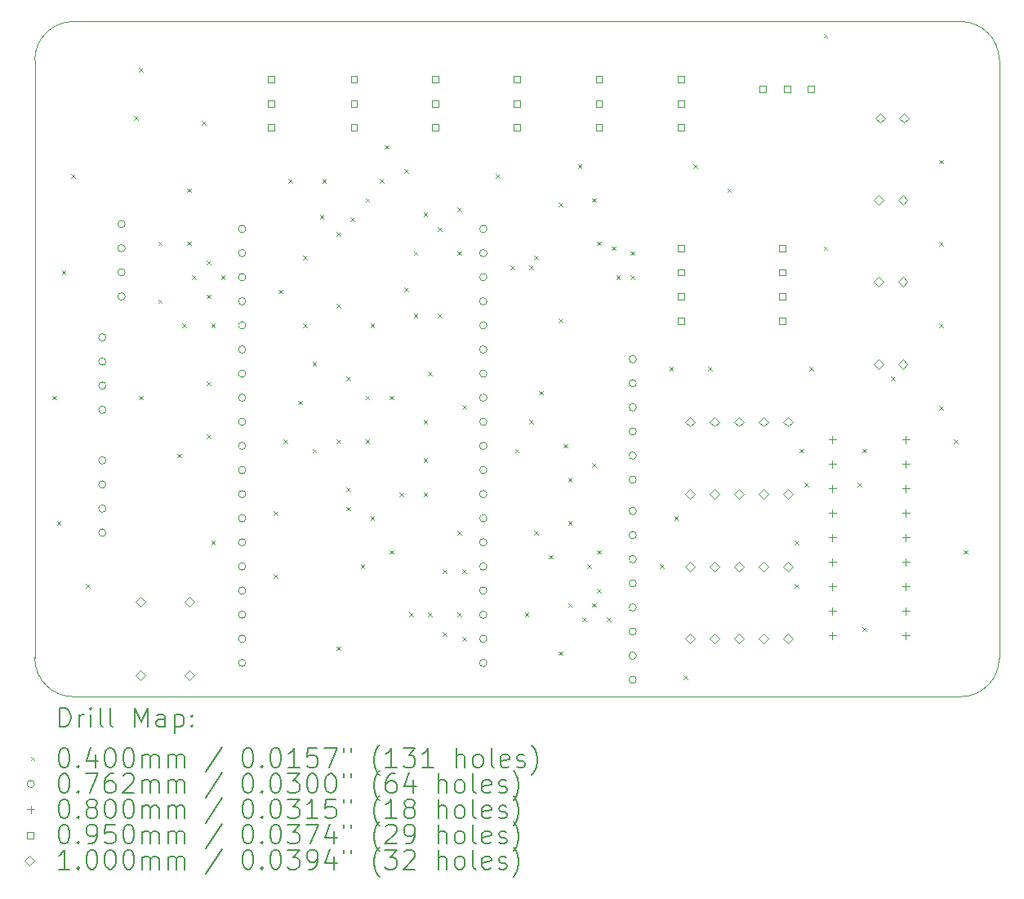
<source format=gbr>
%TF.GenerationSoftware,KiCad,Pcbnew,8.0.4*%
%TF.CreationDate,2024-09-04T06:00:44+09:00*%
%TF.ProjectId,circuit-esp32-base,63697263-7569-4742-9d65-737033322d62,rev?*%
%TF.SameCoordinates,Original*%
%TF.FileFunction,Drillmap*%
%TF.FilePolarity,Positive*%
%FSLAX45Y45*%
G04 Gerber Fmt 4.5, Leading zero omitted, Abs format (unit mm)*
G04 Created by KiCad (PCBNEW 8.0.4) date 2024-09-04 06:00:44*
%MOMM*%
%LPD*%
G01*
G04 APERTURE LIST*
%ADD10C,0.050000*%
%ADD11C,0.200000*%
%ADD12C,0.100000*%
G04 APERTURE END LIST*
D10*
X10000000Y-8350000D02*
G75*
G02*
X10400000Y-7950000I400000J0D01*
G01*
X20000000Y-14550000D02*
G75*
G02*
X19600000Y-14950000I-400000J0D01*
G01*
X10400000Y-7950000D02*
X19600000Y-7950000D01*
X19600000Y-7950000D02*
G75*
G02*
X20000000Y-8350000I0J-400000D01*
G01*
X10000000Y-8350000D02*
X10000000Y-14550000D01*
X10400000Y-14950000D02*
G75*
G02*
X10000000Y-14550000I0J400000D01*
G01*
X10400000Y-14950000D02*
X19600000Y-14950000D01*
X20000000Y-8350000D02*
X20000000Y-14550000D01*
D11*
D12*
X10180000Y-11830000D02*
X10220000Y-11870000D01*
X10220000Y-11830000D02*
X10180000Y-11870000D01*
X10230000Y-13130000D02*
X10270000Y-13170000D01*
X10270000Y-13130000D02*
X10230000Y-13170000D01*
X10280000Y-10530000D02*
X10320000Y-10570000D01*
X10320000Y-10530000D02*
X10280000Y-10570000D01*
X10380000Y-9530000D02*
X10420000Y-9570000D01*
X10420000Y-9530000D02*
X10380000Y-9570000D01*
X10530000Y-13780000D02*
X10570000Y-13820000D01*
X10570000Y-13780000D02*
X10530000Y-13820000D01*
X11030000Y-8930000D02*
X11070000Y-8970000D01*
X11070000Y-8930000D02*
X11030000Y-8970000D01*
X11080000Y-8430000D02*
X11120000Y-8470000D01*
X11120000Y-8430000D02*
X11080000Y-8470000D01*
X11080000Y-11830000D02*
X11120000Y-11870000D01*
X11120000Y-11830000D02*
X11080000Y-11870000D01*
X11280000Y-10230000D02*
X11320000Y-10270000D01*
X11320000Y-10230000D02*
X11280000Y-10270000D01*
X11280000Y-10830000D02*
X11320000Y-10870000D01*
X11320000Y-10830000D02*
X11280000Y-10870000D01*
X11480000Y-12430000D02*
X11520000Y-12470000D01*
X11520000Y-12430000D02*
X11480000Y-12470000D01*
X11530000Y-11080000D02*
X11570000Y-11120000D01*
X11570000Y-11080000D02*
X11530000Y-11120000D01*
X11580000Y-9680000D02*
X11620000Y-9720000D01*
X11620000Y-9680000D02*
X11580000Y-9720000D01*
X11580000Y-10230000D02*
X11620000Y-10270000D01*
X11620000Y-10230000D02*
X11580000Y-10270000D01*
X11630000Y-10580000D02*
X11670000Y-10620000D01*
X11670000Y-10580000D02*
X11630000Y-10620000D01*
X11730000Y-8980000D02*
X11770000Y-9020000D01*
X11770000Y-8980000D02*
X11730000Y-9020000D01*
X11780000Y-10430000D02*
X11820000Y-10470000D01*
X11820000Y-10430000D02*
X11780000Y-10470000D01*
X11780000Y-10780000D02*
X11820000Y-10820000D01*
X11820000Y-10780000D02*
X11780000Y-10820000D01*
X11780000Y-11680000D02*
X11820000Y-11720000D01*
X11820000Y-11680000D02*
X11780000Y-11720000D01*
X11780000Y-12230000D02*
X11820000Y-12270000D01*
X11820000Y-12230000D02*
X11780000Y-12270000D01*
X11830000Y-11080000D02*
X11870000Y-11120000D01*
X11870000Y-11080000D02*
X11830000Y-11120000D01*
X11830000Y-13330000D02*
X11870000Y-13370000D01*
X11870000Y-13330000D02*
X11830000Y-13370000D01*
X11930000Y-10580000D02*
X11970000Y-10620000D01*
X11970000Y-10580000D02*
X11930000Y-10620000D01*
X12480000Y-13030000D02*
X12520000Y-13070000D01*
X12520000Y-13030000D02*
X12480000Y-13070000D01*
X12480000Y-13680000D02*
X12520000Y-13720000D01*
X12520000Y-13680000D02*
X12480000Y-13720000D01*
X12530000Y-10730000D02*
X12570000Y-10770000D01*
X12570000Y-10730000D02*
X12530000Y-10770000D01*
X12580000Y-12280000D02*
X12620000Y-12320000D01*
X12620000Y-12280000D02*
X12580000Y-12320000D01*
X12630000Y-9580000D02*
X12670000Y-9620000D01*
X12670000Y-9580000D02*
X12630000Y-9620000D01*
X12730000Y-11880000D02*
X12770000Y-11920000D01*
X12770000Y-11880000D02*
X12730000Y-11920000D01*
X12780000Y-10380000D02*
X12820000Y-10420000D01*
X12820000Y-10380000D02*
X12780000Y-10420000D01*
X12780000Y-11080000D02*
X12820000Y-11120000D01*
X12820000Y-11080000D02*
X12780000Y-11120000D01*
X12880000Y-11480000D02*
X12920000Y-11520000D01*
X12920000Y-11480000D02*
X12880000Y-11520000D01*
X12880000Y-12380000D02*
X12920000Y-12420000D01*
X12920000Y-12380000D02*
X12880000Y-12420000D01*
X12955000Y-9955000D02*
X12995000Y-9995000D01*
X12995000Y-9955000D02*
X12955000Y-9995000D01*
X12980000Y-9580000D02*
X13020000Y-9620000D01*
X13020000Y-9580000D02*
X12980000Y-9620000D01*
X13130000Y-10130000D02*
X13170000Y-10170000D01*
X13170000Y-10130000D02*
X13130000Y-10170000D01*
X13130000Y-10880000D02*
X13170000Y-10920000D01*
X13170000Y-10880000D02*
X13130000Y-10920000D01*
X13130000Y-12280000D02*
X13170000Y-12320000D01*
X13170000Y-12280000D02*
X13130000Y-12320000D01*
X13130000Y-14430000D02*
X13170000Y-14470000D01*
X13170000Y-14430000D02*
X13130000Y-14470000D01*
X13230000Y-11630000D02*
X13270000Y-11670000D01*
X13270000Y-11630000D02*
X13230000Y-11670000D01*
X13230000Y-12780000D02*
X13270000Y-12820000D01*
X13270000Y-12780000D02*
X13230000Y-12820000D01*
X13230000Y-12980000D02*
X13270000Y-13020000D01*
X13270000Y-12980000D02*
X13230000Y-13020000D01*
X13270000Y-9980000D02*
X13310000Y-10020000D01*
X13310000Y-9980000D02*
X13270000Y-10020000D01*
X13380000Y-13580000D02*
X13420000Y-13620000D01*
X13420000Y-13580000D02*
X13380000Y-13620000D01*
X13430000Y-9780000D02*
X13470000Y-9820000D01*
X13470000Y-9780000D02*
X13430000Y-9820000D01*
X13430000Y-11830000D02*
X13470000Y-11870000D01*
X13470000Y-11830000D02*
X13430000Y-11870000D01*
X13430000Y-12280000D02*
X13470000Y-12320000D01*
X13470000Y-12280000D02*
X13430000Y-12320000D01*
X13480000Y-11080000D02*
X13520000Y-11120000D01*
X13520000Y-11080000D02*
X13480000Y-11120000D01*
X13480000Y-13080000D02*
X13520000Y-13120000D01*
X13520000Y-13080000D02*
X13480000Y-13120000D01*
X13580000Y-9580000D02*
X13620000Y-9620000D01*
X13620000Y-9580000D02*
X13580000Y-9620000D01*
X13630000Y-9230000D02*
X13670000Y-9270000D01*
X13670000Y-9230000D02*
X13630000Y-9270000D01*
X13680000Y-11830000D02*
X13720000Y-11870000D01*
X13720000Y-11830000D02*
X13680000Y-11870000D01*
X13680000Y-13430000D02*
X13720000Y-13470000D01*
X13720000Y-13430000D02*
X13680000Y-13470000D01*
X13780000Y-12830000D02*
X13820000Y-12870000D01*
X13820000Y-12830000D02*
X13780000Y-12870000D01*
X13830000Y-9480000D02*
X13870000Y-9520000D01*
X13870000Y-9480000D02*
X13830000Y-9520000D01*
X13830000Y-10710000D02*
X13870000Y-10750000D01*
X13870000Y-10710000D02*
X13830000Y-10750000D01*
X13880000Y-14080000D02*
X13920000Y-14120000D01*
X13920000Y-14080000D02*
X13880000Y-14120000D01*
X13930000Y-10330000D02*
X13970000Y-10370000D01*
X13970000Y-10330000D02*
X13930000Y-10370000D01*
X13930000Y-10980000D02*
X13970000Y-11020000D01*
X13970000Y-10980000D02*
X13930000Y-11020000D01*
X14030000Y-9930000D02*
X14070000Y-9970000D01*
X14070000Y-9930000D02*
X14030000Y-9970000D01*
X14030000Y-12080000D02*
X14070000Y-12120000D01*
X14070000Y-12080000D02*
X14030000Y-12120000D01*
X14030000Y-12480000D02*
X14070000Y-12520000D01*
X14070000Y-12480000D02*
X14030000Y-12520000D01*
X14030000Y-12830000D02*
X14070000Y-12870000D01*
X14070000Y-12830000D02*
X14030000Y-12870000D01*
X14080000Y-11580000D02*
X14120000Y-11620000D01*
X14120000Y-11580000D02*
X14080000Y-11620000D01*
X14080000Y-14080000D02*
X14120000Y-14120000D01*
X14120000Y-14080000D02*
X14080000Y-14120000D01*
X14180000Y-10080000D02*
X14220000Y-10120000D01*
X14220000Y-10080000D02*
X14180000Y-10120000D01*
X14180000Y-10980000D02*
X14220000Y-11020000D01*
X14220000Y-10980000D02*
X14180000Y-11020000D01*
X14230000Y-13630000D02*
X14270000Y-13670000D01*
X14270000Y-13630000D02*
X14230000Y-13670000D01*
X14230000Y-14280000D02*
X14270000Y-14320000D01*
X14270000Y-14280000D02*
X14230000Y-14320000D01*
X14380000Y-9880000D02*
X14420000Y-9920000D01*
X14420000Y-9880000D02*
X14380000Y-9920000D01*
X14380000Y-10330000D02*
X14420000Y-10370000D01*
X14420000Y-10330000D02*
X14380000Y-10370000D01*
X14380000Y-13230000D02*
X14420000Y-13270000D01*
X14420000Y-13230000D02*
X14380000Y-13270000D01*
X14380000Y-14080000D02*
X14420000Y-14120000D01*
X14420000Y-14080000D02*
X14380000Y-14120000D01*
X14430000Y-11930000D02*
X14470000Y-11970000D01*
X14470000Y-11930000D02*
X14430000Y-11970000D01*
X14430000Y-13630000D02*
X14470000Y-13670000D01*
X14470000Y-13630000D02*
X14430000Y-13670000D01*
X14430000Y-14330000D02*
X14470000Y-14370000D01*
X14470000Y-14330000D02*
X14430000Y-14370000D01*
X14780000Y-9530000D02*
X14820000Y-9570000D01*
X14820000Y-9530000D02*
X14780000Y-9570000D01*
X14930000Y-10480000D02*
X14970000Y-10520000D01*
X14970000Y-10480000D02*
X14930000Y-10520000D01*
X14980000Y-12380000D02*
X15020000Y-12420000D01*
X15020000Y-12380000D02*
X14980000Y-12420000D01*
X15080000Y-14080000D02*
X15120000Y-14120000D01*
X15120000Y-14080000D02*
X15080000Y-14120000D01*
X15130000Y-10480000D02*
X15170000Y-10520000D01*
X15170000Y-10480000D02*
X15130000Y-10520000D01*
X15130000Y-12080000D02*
X15170000Y-12120000D01*
X15170000Y-12080000D02*
X15130000Y-12120000D01*
X15180000Y-10380000D02*
X15220000Y-10420000D01*
X15220000Y-10380000D02*
X15180000Y-10420000D01*
X15180000Y-13230000D02*
X15220000Y-13270000D01*
X15220000Y-13230000D02*
X15180000Y-13270000D01*
X15230000Y-11780000D02*
X15270000Y-11820000D01*
X15270000Y-11780000D02*
X15230000Y-11820000D01*
X15330000Y-13480000D02*
X15370000Y-13520000D01*
X15370000Y-13480000D02*
X15330000Y-13520000D01*
X15430000Y-9830000D02*
X15470000Y-9870000D01*
X15470000Y-9830000D02*
X15430000Y-9870000D01*
X15430000Y-11030000D02*
X15470000Y-11070000D01*
X15470000Y-11030000D02*
X15430000Y-11070000D01*
X15430000Y-14480000D02*
X15470000Y-14520000D01*
X15470000Y-14480000D02*
X15430000Y-14520000D01*
X15480000Y-12330000D02*
X15520000Y-12370000D01*
X15520000Y-12330000D02*
X15480000Y-12370000D01*
X15530000Y-12680000D02*
X15570000Y-12720000D01*
X15570000Y-12680000D02*
X15530000Y-12720000D01*
X15530000Y-13130000D02*
X15570000Y-13170000D01*
X15570000Y-13130000D02*
X15530000Y-13170000D01*
X15530000Y-13980000D02*
X15570000Y-14020000D01*
X15570000Y-13980000D02*
X15530000Y-14020000D01*
X15630000Y-9430000D02*
X15670000Y-9470000D01*
X15670000Y-9430000D02*
X15630000Y-9470000D01*
X15680000Y-14130000D02*
X15720000Y-14170000D01*
X15720000Y-14130000D02*
X15680000Y-14170000D01*
X15730000Y-13580000D02*
X15770000Y-13620000D01*
X15770000Y-13580000D02*
X15730000Y-13620000D01*
X15780000Y-9780000D02*
X15820000Y-9820000D01*
X15820000Y-9780000D02*
X15780000Y-9820000D01*
X15780000Y-12530000D02*
X15820000Y-12570000D01*
X15820000Y-12530000D02*
X15780000Y-12570000D01*
X15780000Y-13980000D02*
X15820000Y-14020000D01*
X15820000Y-13980000D02*
X15780000Y-14020000D01*
X15830000Y-10230000D02*
X15870000Y-10270000D01*
X15870000Y-10230000D02*
X15830000Y-10270000D01*
X15830000Y-13430000D02*
X15870000Y-13470000D01*
X15870000Y-13430000D02*
X15830000Y-13470000D01*
X15830000Y-13830000D02*
X15870000Y-13870000D01*
X15870000Y-13830000D02*
X15830000Y-13870000D01*
X15930000Y-14130000D02*
X15970000Y-14170000D01*
X15970000Y-14130000D02*
X15930000Y-14170000D01*
X15980000Y-10280000D02*
X16020000Y-10320000D01*
X16020000Y-10280000D02*
X15980000Y-10320000D01*
X16030000Y-10580000D02*
X16070000Y-10620000D01*
X16070000Y-10580000D02*
X16030000Y-10620000D01*
X16180000Y-10330000D02*
X16220000Y-10370000D01*
X16220000Y-10330000D02*
X16180000Y-10370000D01*
X16180000Y-10580000D02*
X16220000Y-10620000D01*
X16220000Y-10580000D02*
X16180000Y-10620000D01*
X16480000Y-13580000D02*
X16520000Y-13620000D01*
X16520000Y-13580000D02*
X16480000Y-13620000D01*
X16580000Y-11530000D02*
X16620000Y-11570000D01*
X16620000Y-11530000D02*
X16580000Y-11570000D01*
X16630000Y-13080000D02*
X16670000Y-13120000D01*
X16670000Y-13080000D02*
X16630000Y-13120000D01*
X16730000Y-14730000D02*
X16770000Y-14770000D01*
X16770000Y-14730000D02*
X16730000Y-14770000D01*
X16830000Y-9430000D02*
X16870000Y-9470000D01*
X16870000Y-9430000D02*
X16830000Y-9470000D01*
X16980000Y-11530000D02*
X17020000Y-11570000D01*
X17020000Y-11530000D02*
X16980000Y-11570000D01*
X17180000Y-9680000D02*
X17220000Y-9720000D01*
X17220000Y-9680000D02*
X17180000Y-9720000D01*
X17880000Y-13330000D02*
X17920000Y-13370000D01*
X17920000Y-13330000D02*
X17880000Y-13370000D01*
X17880000Y-13780000D02*
X17920000Y-13820000D01*
X17920000Y-13780000D02*
X17880000Y-13820000D01*
X17930000Y-12380000D02*
X17970000Y-12420000D01*
X17970000Y-12380000D02*
X17930000Y-12420000D01*
X17980000Y-12730000D02*
X18020000Y-12770000D01*
X18020000Y-12730000D02*
X17980000Y-12770000D01*
X18030000Y-11530000D02*
X18070000Y-11570000D01*
X18070000Y-11530000D02*
X18030000Y-11570000D01*
X18180000Y-8080000D02*
X18220000Y-8120000D01*
X18220000Y-8080000D02*
X18180000Y-8120000D01*
X18180000Y-10280000D02*
X18220000Y-10320000D01*
X18220000Y-10280000D02*
X18180000Y-10320000D01*
X18530000Y-12730000D02*
X18570000Y-12770000D01*
X18570000Y-12730000D02*
X18530000Y-12770000D01*
X18580000Y-12380000D02*
X18620000Y-12420000D01*
X18620000Y-12380000D02*
X18580000Y-12420000D01*
X18580000Y-14230000D02*
X18620000Y-14270000D01*
X18620000Y-14230000D02*
X18580000Y-14270000D01*
X18880000Y-11630000D02*
X18920000Y-11670000D01*
X18920000Y-11630000D02*
X18880000Y-11670000D01*
X19380000Y-9382500D02*
X19420000Y-9422500D01*
X19420000Y-9382500D02*
X19380000Y-9422500D01*
X19380000Y-10232500D02*
X19420000Y-10272500D01*
X19420000Y-10232500D02*
X19380000Y-10272500D01*
X19380000Y-11082500D02*
X19420000Y-11122500D01*
X19420000Y-11082500D02*
X19380000Y-11122500D01*
X19380000Y-11932500D02*
X19420000Y-11972500D01*
X19420000Y-11932500D02*
X19380000Y-11972500D01*
X19530000Y-12280000D02*
X19570000Y-12320000D01*
X19570000Y-12280000D02*
X19530000Y-12320000D01*
X19630000Y-13430000D02*
X19670000Y-13470000D01*
X19670000Y-13430000D02*
X19630000Y-13470000D01*
X10738100Y-11225000D02*
G75*
G02*
X10661900Y-11225000I-38100J0D01*
G01*
X10661900Y-11225000D02*
G75*
G02*
X10738100Y-11225000I38100J0D01*
G01*
X10738100Y-11475000D02*
G75*
G02*
X10661900Y-11475000I-38100J0D01*
G01*
X10661900Y-11475000D02*
G75*
G02*
X10738100Y-11475000I38100J0D01*
G01*
X10738100Y-11725000D02*
G75*
G02*
X10661900Y-11725000I-38100J0D01*
G01*
X10661900Y-11725000D02*
G75*
G02*
X10738100Y-11725000I38100J0D01*
G01*
X10738100Y-11975000D02*
G75*
G02*
X10661900Y-11975000I-38100J0D01*
G01*
X10661900Y-11975000D02*
G75*
G02*
X10738100Y-11975000I38100J0D01*
G01*
X10738100Y-12500000D02*
G75*
G02*
X10661900Y-12500000I-38100J0D01*
G01*
X10661900Y-12500000D02*
G75*
G02*
X10738100Y-12500000I38100J0D01*
G01*
X10738100Y-12750000D02*
G75*
G02*
X10661900Y-12750000I-38100J0D01*
G01*
X10661900Y-12750000D02*
G75*
G02*
X10738100Y-12750000I38100J0D01*
G01*
X10738100Y-13000000D02*
G75*
G02*
X10661900Y-13000000I-38100J0D01*
G01*
X10661900Y-13000000D02*
G75*
G02*
X10738100Y-13000000I38100J0D01*
G01*
X10738100Y-13250000D02*
G75*
G02*
X10661900Y-13250000I-38100J0D01*
G01*
X10661900Y-13250000D02*
G75*
G02*
X10738100Y-13250000I38100J0D01*
G01*
X10938100Y-10050000D02*
G75*
G02*
X10861900Y-10050000I-38100J0D01*
G01*
X10861900Y-10050000D02*
G75*
G02*
X10938100Y-10050000I38100J0D01*
G01*
X10938100Y-10300000D02*
G75*
G02*
X10861900Y-10300000I-38100J0D01*
G01*
X10861900Y-10300000D02*
G75*
G02*
X10938100Y-10300000I38100J0D01*
G01*
X10938100Y-10550000D02*
G75*
G02*
X10861900Y-10550000I-38100J0D01*
G01*
X10861900Y-10550000D02*
G75*
G02*
X10938100Y-10550000I38100J0D01*
G01*
X10938100Y-10800000D02*
G75*
G02*
X10861900Y-10800000I-38100J0D01*
G01*
X10861900Y-10800000D02*
G75*
G02*
X10938100Y-10800000I38100J0D01*
G01*
X12188100Y-10100000D02*
G75*
G02*
X12111900Y-10100000I-38100J0D01*
G01*
X12111900Y-10100000D02*
G75*
G02*
X12188100Y-10100000I38100J0D01*
G01*
X12188100Y-10350000D02*
G75*
G02*
X12111900Y-10350000I-38100J0D01*
G01*
X12111900Y-10350000D02*
G75*
G02*
X12188100Y-10350000I38100J0D01*
G01*
X12188100Y-10600000D02*
G75*
G02*
X12111900Y-10600000I-38100J0D01*
G01*
X12111900Y-10600000D02*
G75*
G02*
X12188100Y-10600000I38100J0D01*
G01*
X12188100Y-10850000D02*
G75*
G02*
X12111900Y-10850000I-38100J0D01*
G01*
X12111900Y-10850000D02*
G75*
G02*
X12188100Y-10850000I38100J0D01*
G01*
X12188100Y-11100000D02*
G75*
G02*
X12111900Y-11100000I-38100J0D01*
G01*
X12111900Y-11100000D02*
G75*
G02*
X12188100Y-11100000I38100J0D01*
G01*
X12188100Y-11350000D02*
G75*
G02*
X12111900Y-11350000I-38100J0D01*
G01*
X12111900Y-11350000D02*
G75*
G02*
X12188100Y-11350000I38100J0D01*
G01*
X12188100Y-11600000D02*
G75*
G02*
X12111900Y-11600000I-38100J0D01*
G01*
X12111900Y-11600000D02*
G75*
G02*
X12188100Y-11600000I38100J0D01*
G01*
X12188100Y-11850000D02*
G75*
G02*
X12111900Y-11850000I-38100J0D01*
G01*
X12111900Y-11850000D02*
G75*
G02*
X12188100Y-11850000I38100J0D01*
G01*
X12188100Y-12100000D02*
G75*
G02*
X12111900Y-12100000I-38100J0D01*
G01*
X12111900Y-12100000D02*
G75*
G02*
X12188100Y-12100000I38100J0D01*
G01*
X12188100Y-12350000D02*
G75*
G02*
X12111900Y-12350000I-38100J0D01*
G01*
X12111900Y-12350000D02*
G75*
G02*
X12188100Y-12350000I38100J0D01*
G01*
X12188100Y-12600000D02*
G75*
G02*
X12111900Y-12600000I-38100J0D01*
G01*
X12111900Y-12600000D02*
G75*
G02*
X12188100Y-12600000I38100J0D01*
G01*
X12188100Y-12850000D02*
G75*
G02*
X12111900Y-12850000I-38100J0D01*
G01*
X12111900Y-12850000D02*
G75*
G02*
X12188100Y-12850000I38100J0D01*
G01*
X12188100Y-13100000D02*
G75*
G02*
X12111900Y-13100000I-38100J0D01*
G01*
X12111900Y-13100000D02*
G75*
G02*
X12188100Y-13100000I38100J0D01*
G01*
X12188100Y-13350000D02*
G75*
G02*
X12111900Y-13350000I-38100J0D01*
G01*
X12111900Y-13350000D02*
G75*
G02*
X12188100Y-13350000I38100J0D01*
G01*
X12188100Y-13600000D02*
G75*
G02*
X12111900Y-13600000I-38100J0D01*
G01*
X12111900Y-13600000D02*
G75*
G02*
X12188100Y-13600000I38100J0D01*
G01*
X12188100Y-13850000D02*
G75*
G02*
X12111900Y-13850000I-38100J0D01*
G01*
X12111900Y-13850000D02*
G75*
G02*
X12188100Y-13850000I38100J0D01*
G01*
X12188100Y-14100000D02*
G75*
G02*
X12111900Y-14100000I-38100J0D01*
G01*
X12111900Y-14100000D02*
G75*
G02*
X12188100Y-14100000I38100J0D01*
G01*
X12188100Y-14350000D02*
G75*
G02*
X12111900Y-14350000I-38100J0D01*
G01*
X12111900Y-14350000D02*
G75*
G02*
X12188100Y-14350000I38100J0D01*
G01*
X12188100Y-14600000D02*
G75*
G02*
X12111900Y-14600000I-38100J0D01*
G01*
X12111900Y-14600000D02*
G75*
G02*
X12188100Y-14600000I38100J0D01*
G01*
X14688100Y-10100000D02*
G75*
G02*
X14611900Y-10100000I-38100J0D01*
G01*
X14611900Y-10100000D02*
G75*
G02*
X14688100Y-10100000I38100J0D01*
G01*
X14688100Y-10350000D02*
G75*
G02*
X14611900Y-10350000I-38100J0D01*
G01*
X14611900Y-10350000D02*
G75*
G02*
X14688100Y-10350000I38100J0D01*
G01*
X14688100Y-10600000D02*
G75*
G02*
X14611900Y-10600000I-38100J0D01*
G01*
X14611900Y-10600000D02*
G75*
G02*
X14688100Y-10600000I38100J0D01*
G01*
X14688100Y-10850000D02*
G75*
G02*
X14611900Y-10850000I-38100J0D01*
G01*
X14611900Y-10850000D02*
G75*
G02*
X14688100Y-10850000I38100J0D01*
G01*
X14688100Y-11100000D02*
G75*
G02*
X14611900Y-11100000I-38100J0D01*
G01*
X14611900Y-11100000D02*
G75*
G02*
X14688100Y-11100000I38100J0D01*
G01*
X14688100Y-11350000D02*
G75*
G02*
X14611900Y-11350000I-38100J0D01*
G01*
X14611900Y-11350000D02*
G75*
G02*
X14688100Y-11350000I38100J0D01*
G01*
X14688100Y-11600000D02*
G75*
G02*
X14611900Y-11600000I-38100J0D01*
G01*
X14611900Y-11600000D02*
G75*
G02*
X14688100Y-11600000I38100J0D01*
G01*
X14688100Y-11850000D02*
G75*
G02*
X14611900Y-11850000I-38100J0D01*
G01*
X14611900Y-11850000D02*
G75*
G02*
X14688100Y-11850000I38100J0D01*
G01*
X14688100Y-12100000D02*
G75*
G02*
X14611900Y-12100000I-38100J0D01*
G01*
X14611900Y-12100000D02*
G75*
G02*
X14688100Y-12100000I38100J0D01*
G01*
X14688100Y-12350000D02*
G75*
G02*
X14611900Y-12350000I-38100J0D01*
G01*
X14611900Y-12350000D02*
G75*
G02*
X14688100Y-12350000I38100J0D01*
G01*
X14688100Y-12600000D02*
G75*
G02*
X14611900Y-12600000I-38100J0D01*
G01*
X14611900Y-12600000D02*
G75*
G02*
X14688100Y-12600000I38100J0D01*
G01*
X14688100Y-12850000D02*
G75*
G02*
X14611900Y-12850000I-38100J0D01*
G01*
X14611900Y-12850000D02*
G75*
G02*
X14688100Y-12850000I38100J0D01*
G01*
X14688100Y-13100000D02*
G75*
G02*
X14611900Y-13100000I-38100J0D01*
G01*
X14611900Y-13100000D02*
G75*
G02*
X14688100Y-13100000I38100J0D01*
G01*
X14688100Y-13350000D02*
G75*
G02*
X14611900Y-13350000I-38100J0D01*
G01*
X14611900Y-13350000D02*
G75*
G02*
X14688100Y-13350000I38100J0D01*
G01*
X14688100Y-13600000D02*
G75*
G02*
X14611900Y-13600000I-38100J0D01*
G01*
X14611900Y-13600000D02*
G75*
G02*
X14688100Y-13600000I38100J0D01*
G01*
X14688100Y-13850000D02*
G75*
G02*
X14611900Y-13850000I-38100J0D01*
G01*
X14611900Y-13850000D02*
G75*
G02*
X14688100Y-13850000I38100J0D01*
G01*
X14688100Y-14100000D02*
G75*
G02*
X14611900Y-14100000I-38100J0D01*
G01*
X14611900Y-14100000D02*
G75*
G02*
X14688100Y-14100000I38100J0D01*
G01*
X14688100Y-14350000D02*
G75*
G02*
X14611900Y-14350000I-38100J0D01*
G01*
X14611900Y-14350000D02*
G75*
G02*
X14688100Y-14350000I38100J0D01*
G01*
X14688100Y-14600000D02*
G75*
G02*
X14611900Y-14600000I-38100J0D01*
G01*
X14611900Y-14600000D02*
G75*
G02*
X14688100Y-14600000I38100J0D01*
G01*
X16238100Y-11450000D02*
G75*
G02*
X16161900Y-11450000I-38100J0D01*
G01*
X16161900Y-11450000D02*
G75*
G02*
X16238100Y-11450000I38100J0D01*
G01*
X16238100Y-11700000D02*
G75*
G02*
X16161900Y-11700000I-38100J0D01*
G01*
X16161900Y-11700000D02*
G75*
G02*
X16238100Y-11700000I38100J0D01*
G01*
X16238100Y-11950000D02*
G75*
G02*
X16161900Y-11950000I-38100J0D01*
G01*
X16161900Y-11950000D02*
G75*
G02*
X16238100Y-11950000I38100J0D01*
G01*
X16238100Y-12200000D02*
G75*
G02*
X16161900Y-12200000I-38100J0D01*
G01*
X16161900Y-12200000D02*
G75*
G02*
X16238100Y-12200000I38100J0D01*
G01*
X16238100Y-12450000D02*
G75*
G02*
X16161900Y-12450000I-38100J0D01*
G01*
X16161900Y-12450000D02*
G75*
G02*
X16238100Y-12450000I38100J0D01*
G01*
X16238100Y-12700000D02*
G75*
G02*
X16161900Y-12700000I-38100J0D01*
G01*
X16161900Y-12700000D02*
G75*
G02*
X16238100Y-12700000I38100J0D01*
G01*
X16238100Y-13025000D02*
G75*
G02*
X16161900Y-13025000I-38100J0D01*
G01*
X16161900Y-13025000D02*
G75*
G02*
X16238100Y-13025000I38100J0D01*
G01*
X16238100Y-13275000D02*
G75*
G02*
X16161900Y-13275000I-38100J0D01*
G01*
X16161900Y-13275000D02*
G75*
G02*
X16238100Y-13275000I38100J0D01*
G01*
X16238100Y-13525000D02*
G75*
G02*
X16161900Y-13525000I-38100J0D01*
G01*
X16161900Y-13525000D02*
G75*
G02*
X16238100Y-13525000I38100J0D01*
G01*
X16238100Y-13775000D02*
G75*
G02*
X16161900Y-13775000I-38100J0D01*
G01*
X16161900Y-13775000D02*
G75*
G02*
X16238100Y-13775000I38100J0D01*
G01*
X16238100Y-14025000D02*
G75*
G02*
X16161900Y-14025000I-38100J0D01*
G01*
X16161900Y-14025000D02*
G75*
G02*
X16238100Y-14025000I38100J0D01*
G01*
X16238100Y-14275000D02*
G75*
G02*
X16161900Y-14275000I-38100J0D01*
G01*
X16161900Y-14275000D02*
G75*
G02*
X16238100Y-14275000I38100J0D01*
G01*
X16238100Y-14525000D02*
G75*
G02*
X16161900Y-14525000I-38100J0D01*
G01*
X16161900Y-14525000D02*
G75*
G02*
X16238100Y-14525000I38100J0D01*
G01*
X16238100Y-14775000D02*
G75*
G02*
X16161900Y-14775000I-38100J0D01*
G01*
X16161900Y-14775000D02*
G75*
G02*
X16238100Y-14775000I38100J0D01*
G01*
X18270000Y-12245000D02*
X18270000Y-12325000D01*
X18230000Y-12285000D02*
X18310000Y-12285000D01*
X18270000Y-12499000D02*
X18270000Y-12579000D01*
X18230000Y-12539000D02*
X18310000Y-12539000D01*
X18270000Y-12753000D02*
X18270000Y-12833000D01*
X18230000Y-12793000D02*
X18310000Y-12793000D01*
X18270000Y-13007000D02*
X18270000Y-13087000D01*
X18230000Y-13047000D02*
X18310000Y-13047000D01*
X18270000Y-13261000D02*
X18270000Y-13341000D01*
X18230000Y-13301000D02*
X18310000Y-13301000D01*
X18270000Y-13515000D02*
X18270000Y-13595000D01*
X18230000Y-13555000D02*
X18310000Y-13555000D01*
X18270000Y-13769000D02*
X18270000Y-13849000D01*
X18230000Y-13809000D02*
X18310000Y-13809000D01*
X18270000Y-14023000D02*
X18270000Y-14103000D01*
X18230000Y-14063000D02*
X18310000Y-14063000D01*
X18270000Y-14277000D02*
X18270000Y-14357000D01*
X18230000Y-14317000D02*
X18310000Y-14317000D01*
X19032000Y-12245000D02*
X19032000Y-12325000D01*
X18992000Y-12285000D02*
X19072000Y-12285000D01*
X19032000Y-12499000D02*
X19032000Y-12579000D01*
X18992000Y-12539000D02*
X19072000Y-12539000D01*
X19032000Y-12753000D02*
X19032000Y-12833000D01*
X18992000Y-12793000D02*
X19072000Y-12793000D01*
X19032000Y-13007000D02*
X19032000Y-13087000D01*
X18992000Y-13047000D02*
X19072000Y-13047000D01*
X19032000Y-13261000D02*
X19032000Y-13341000D01*
X18992000Y-13301000D02*
X19072000Y-13301000D01*
X19032000Y-13515000D02*
X19032000Y-13595000D01*
X18992000Y-13555000D02*
X19072000Y-13555000D01*
X19032000Y-13769000D02*
X19032000Y-13849000D01*
X18992000Y-13809000D02*
X19072000Y-13809000D01*
X19032000Y-14023000D02*
X19032000Y-14103000D01*
X18992000Y-14063000D02*
X19072000Y-14063000D01*
X19032000Y-14277000D02*
X19032000Y-14357000D01*
X18992000Y-14317000D02*
X19072000Y-14317000D01*
X12483588Y-8583588D02*
X12483588Y-8516412D01*
X12416412Y-8516412D01*
X12416412Y-8583588D01*
X12483588Y-8583588D01*
X12483588Y-8833588D02*
X12483588Y-8766412D01*
X12416412Y-8766412D01*
X12416412Y-8833588D01*
X12483588Y-8833588D01*
X12483588Y-9083588D02*
X12483588Y-9016412D01*
X12416412Y-9016412D01*
X12416412Y-9083588D01*
X12483588Y-9083588D01*
X13343588Y-8583588D02*
X13343588Y-8516412D01*
X13276412Y-8516412D01*
X13276412Y-8583588D01*
X13343588Y-8583588D01*
X13343588Y-8833588D02*
X13343588Y-8766412D01*
X13276412Y-8766412D01*
X13276412Y-8833588D01*
X13343588Y-8833588D01*
X13343588Y-9083588D02*
X13343588Y-9016412D01*
X13276412Y-9016412D01*
X13276412Y-9083588D01*
X13343588Y-9083588D01*
X14183588Y-8583588D02*
X14183588Y-8516412D01*
X14116412Y-8516412D01*
X14116412Y-8583588D01*
X14183588Y-8583588D01*
X14183588Y-8833588D02*
X14183588Y-8766412D01*
X14116412Y-8766412D01*
X14116412Y-8833588D01*
X14183588Y-8833588D01*
X14183588Y-9083588D02*
X14183588Y-9016412D01*
X14116412Y-9016412D01*
X14116412Y-9083588D01*
X14183588Y-9083588D01*
X15033588Y-8583588D02*
X15033588Y-8516412D01*
X14966412Y-8516412D01*
X14966412Y-8583588D01*
X15033588Y-8583588D01*
X15033588Y-8833588D02*
X15033588Y-8766412D01*
X14966412Y-8766412D01*
X14966412Y-8833588D01*
X15033588Y-8833588D01*
X15033588Y-9083588D02*
X15033588Y-9016412D01*
X14966412Y-9016412D01*
X14966412Y-9083588D01*
X15033588Y-9083588D01*
X15883588Y-8583588D02*
X15883588Y-8516412D01*
X15816412Y-8516412D01*
X15816412Y-8583588D01*
X15883588Y-8583588D01*
X15883588Y-8833588D02*
X15883588Y-8766412D01*
X15816412Y-8766412D01*
X15816412Y-8833588D01*
X15883588Y-8833588D01*
X15883588Y-9083588D02*
X15883588Y-9016412D01*
X15816412Y-9016412D01*
X15816412Y-9083588D01*
X15883588Y-9083588D01*
X16733588Y-8583588D02*
X16733588Y-8516412D01*
X16666412Y-8516412D01*
X16666412Y-8583588D01*
X16733588Y-8583588D01*
X16733588Y-8833588D02*
X16733588Y-8766412D01*
X16666412Y-8766412D01*
X16666412Y-8833588D01*
X16733588Y-8833588D01*
X16733588Y-9083588D02*
X16733588Y-9016412D01*
X16666412Y-9016412D01*
X16666412Y-9083588D01*
X16733588Y-9083588D01*
X16733588Y-10333588D02*
X16733588Y-10266412D01*
X16666412Y-10266412D01*
X16666412Y-10333588D01*
X16733588Y-10333588D01*
X16733588Y-10583588D02*
X16733588Y-10516412D01*
X16666412Y-10516412D01*
X16666412Y-10583588D01*
X16733588Y-10583588D01*
X16733588Y-10833588D02*
X16733588Y-10766412D01*
X16666412Y-10766412D01*
X16666412Y-10833588D01*
X16733588Y-10833588D01*
X16733588Y-11083588D02*
X16733588Y-11016412D01*
X16666412Y-11016412D01*
X16666412Y-11083588D01*
X16733588Y-11083588D01*
X17583588Y-8683588D02*
X17583588Y-8616412D01*
X17516412Y-8616412D01*
X17516412Y-8683588D01*
X17583588Y-8683588D01*
X17783588Y-10333588D02*
X17783588Y-10266412D01*
X17716412Y-10266412D01*
X17716412Y-10333588D01*
X17783588Y-10333588D01*
X17783588Y-10583588D02*
X17783588Y-10516412D01*
X17716412Y-10516412D01*
X17716412Y-10583588D01*
X17783588Y-10583588D01*
X17783588Y-10833588D02*
X17783588Y-10766412D01*
X17716412Y-10766412D01*
X17716412Y-10833588D01*
X17783588Y-10833588D01*
X17783588Y-11083588D02*
X17783588Y-11016412D01*
X17716412Y-11016412D01*
X17716412Y-11083588D01*
X17783588Y-11083588D01*
X17833588Y-8683588D02*
X17833588Y-8616412D01*
X17766412Y-8616412D01*
X17766412Y-8683588D01*
X17833588Y-8683588D01*
X18083588Y-8683588D02*
X18083588Y-8616412D01*
X18016412Y-8616412D01*
X18016412Y-8683588D01*
X18083588Y-8683588D01*
X11096000Y-14019000D02*
X11146000Y-13969000D01*
X11096000Y-13919000D01*
X11046000Y-13969000D01*
X11096000Y-14019000D01*
X11096000Y-14781000D02*
X11146000Y-14731000D01*
X11096000Y-14681000D01*
X11046000Y-14731000D01*
X11096000Y-14781000D01*
X11604000Y-14019000D02*
X11654000Y-13969000D01*
X11604000Y-13919000D01*
X11554000Y-13969000D01*
X11604000Y-14019000D01*
X11604000Y-14781000D02*
X11654000Y-14731000D01*
X11604000Y-14681000D01*
X11554000Y-14731000D01*
X11604000Y-14781000D01*
X16796000Y-12150000D02*
X16846000Y-12100000D01*
X16796000Y-12050000D01*
X16746000Y-12100000D01*
X16796000Y-12150000D01*
X16796000Y-12900000D02*
X16846000Y-12850000D01*
X16796000Y-12800000D01*
X16746000Y-12850000D01*
X16796000Y-12900000D01*
X16796000Y-13650000D02*
X16846000Y-13600000D01*
X16796000Y-13550000D01*
X16746000Y-13600000D01*
X16796000Y-13650000D01*
X16796000Y-14400000D02*
X16846000Y-14350000D01*
X16796000Y-14300000D01*
X16746000Y-14350000D01*
X16796000Y-14400000D01*
X17050000Y-12150000D02*
X17100000Y-12100000D01*
X17050000Y-12050000D01*
X17000000Y-12100000D01*
X17050000Y-12150000D01*
X17050000Y-12900000D02*
X17100000Y-12850000D01*
X17050000Y-12800000D01*
X17000000Y-12850000D01*
X17050000Y-12900000D01*
X17050000Y-13650000D02*
X17100000Y-13600000D01*
X17050000Y-13550000D01*
X17000000Y-13600000D01*
X17050000Y-13650000D01*
X17050000Y-14400000D02*
X17100000Y-14350000D01*
X17050000Y-14300000D01*
X17000000Y-14350000D01*
X17050000Y-14400000D01*
X17304000Y-12150000D02*
X17354000Y-12100000D01*
X17304000Y-12050000D01*
X17254000Y-12100000D01*
X17304000Y-12150000D01*
X17304000Y-12900000D02*
X17354000Y-12850000D01*
X17304000Y-12800000D01*
X17254000Y-12850000D01*
X17304000Y-12900000D01*
X17304000Y-13650000D02*
X17354000Y-13600000D01*
X17304000Y-13550000D01*
X17254000Y-13600000D01*
X17304000Y-13650000D01*
X17304000Y-14400000D02*
X17354000Y-14350000D01*
X17304000Y-14300000D01*
X17254000Y-14350000D01*
X17304000Y-14400000D01*
X17558000Y-12150000D02*
X17608000Y-12100000D01*
X17558000Y-12050000D01*
X17508000Y-12100000D01*
X17558000Y-12150000D01*
X17558000Y-12900000D02*
X17608000Y-12850000D01*
X17558000Y-12800000D01*
X17508000Y-12850000D01*
X17558000Y-12900000D01*
X17558000Y-13650000D02*
X17608000Y-13600000D01*
X17558000Y-13550000D01*
X17508000Y-13600000D01*
X17558000Y-13650000D01*
X17558000Y-14400000D02*
X17608000Y-14350000D01*
X17558000Y-14300000D01*
X17508000Y-14350000D01*
X17558000Y-14400000D01*
X17812000Y-12150000D02*
X17862000Y-12100000D01*
X17812000Y-12050000D01*
X17762000Y-12100000D01*
X17812000Y-12150000D01*
X17812000Y-12900000D02*
X17862000Y-12850000D01*
X17812000Y-12800000D01*
X17762000Y-12850000D01*
X17812000Y-12900000D01*
X17812000Y-13650000D02*
X17862000Y-13600000D01*
X17812000Y-13550000D01*
X17762000Y-13600000D01*
X17812000Y-13650000D01*
X17812000Y-14400000D02*
X17862000Y-14350000D01*
X17812000Y-14300000D01*
X17762000Y-14350000D01*
X17812000Y-14400000D01*
X18750000Y-9850000D02*
X18800000Y-9800000D01*
X18750000Y-9750000D01*
X18700000Y-9800000D01*
X18750000Y-9850000D01*
X18750000Y-10700000D02*
X18800000Y-10650000D01*
X18750000Y-10600000D01*
X18700000Y-10650000D01*
X18750000Y-10700000D01*
X18750000Y-11550000D02*
X18800000Y-11500000D01*
X18750000Y-11450000D01*
X18700000Y-11500000D01*
X18750000Y-11550000D01*
X18765000Y-9000000D02*
X18815000Y-8950000D01*
X18765000Y-8900000D01*
X18715000Y-8950000D01*
X18765000Y-9000000D01*
X19000000Y-9850000D02*
X19050000Y-9800000D01*
X19000000Y-9750000D01*
X18950000Y-9800000D01*
X19000000Y-9850000D01*
X19000000Y-10700000D02*
X19050000Y-10650000D01*
X19000000Y-10600000D01*
X18950000Y-10650000D01*
X19000000Y-10700000D01*
X19000000Y-11550000D02*
X19050000Y-11500000D01*
X19000000Y-11450000D01*
X18950000Y-11500000D01*
X19000000Y-11550000D01*
X19015000Y-9000000D02*
X19065000Y-8950000D01*
X19015000Y-8900000D01*
X18965000Y-8950000D01*
X19015000Y-9000000D01*
D11*
X10258277Y-15263984D02*
X10258277Y-15063984D01*
X10258277Y-15063984D02*
X10305896Y-15063984D01*
X10305896Y-15063984D02*
X10334467Y-15073508D01*
X10334467Y-15073508D02*
X10353515Y-15092555D01*
X10353515Y-15092555D02*
X10363039Y-15111603D01*
X10363039Y-15111603D02*
X10372563Y-15149698D01*
X10372563Y-15149698D02*
X10372563Y-15178269D01*
X10372563Y-15178269D02*
X10363039Y-15216365D01*
X10363039Y-15216365D02*
X10353515Y-15235412D01*
X10353515Y-15235412D02*
X10334467Y-15254460D01*
X10334467Y-15254460D02*
X10305896Y-15263984D01*
X10305896Y-15263984D02*
X10258277Y-15263984D01*
X10458277Y-15263984D02*
X10458277Y-15130650D01*
X10458277Y-15168746D02*
X10467801Y-15149698D01*
X10467801Y-15149698D02*
X10477324Y-15140174D01*
X10477324Y-15140174D02*
X10496372Y-15130650D01*
X10496372Y-15130650D02*
X10515420Y-15130650D01*
X10582086Y-15263984D02*
X10582086Y-15130650D01*
X10582086Y-15063984D02*
X10572563Y-15073508D01*
X10572563Y-15073508D02*
X10582086Y-15083031D01*
X10582086Y-15083031D02*
X10591610Y-15073508D01*
X10591610Y-15073508D02*
X10582086Y-15063984D01*
X10582086Y-15063984D02*
X10582086Y-15083031D01*
X10705896Y-15263984D02*
X10686848Y-15254460D01*
X10686848Y-15254460D02*
X10677324Y-15235412D01*
X10677324Y-15235412D02*
X10677324Y-15063984D01*
X10810658Y-15263984D02*
X10791610Y-15254460D01*
X10791610Y-15254460D02*
X10782086Y-15235412D01*
X10782086Y-15235412D02*
X10782086Y-15063984D01*
X11039229Y-15263984D02*
X11039229Y-15063984D01*
X11039229Y-15063984D02*
X11105896Y-15206841D01*
X11105896Y-15206841D02*
X11172563Y-15063984D01*
X11172563Y-15063984D02*
X11172563Y-15263984D01*
X11353515Y-15263984D02*
X11353515Y-15159222D01*
X11353515Y-15159222D02*
X11343991Y-15140174D01*
X11343991Y-15140174D02*
X11324943Y-15130650D01*
X11324943Y-15130650D02*
X11286848Y-15130650D01*
X11286848Y-15130650D02*
X11267801Y-15140174D01*
X11353515Y-15254460D02*
X11334467Y-15263984D01*
X11334467Y-15263984D02*
X11286848Y-15263984D01*
X11286848Y-15263984D02*
X11267801Y-15254460D01*
X11267801Y-15254460D02*
X11258277Y-15235412D01*
X11258277Y-15235412D02*
X11258277Y-15216365D01*
X11258277Y-15216365D02*
X11267801Y-15197317D01*
X11267801Y-15197317D02*
X11286848Y-15187793D01*
X11286848Y-15187793D02*
X11334467Y-15187793D01*
X11334467Y-15187793D02*
X11353515Y-15178269D01*
X11448753Y-15130650D02*
X11448753Y-15330650D01*
X11448753Y-15140174D02*
X11467801Y-15130650D01*
X11467801Y-15130650D02*
X11505896Y-15130650D01*
X11505896Y-15130650D02*
X11524943Y-15140174D01*
X11524943Y-15140174D02*
X11534467Y-15149698D01*
X11534467Y-15149698D02*
X11543991Y-15168746D01*
X11543991Y-15168746D02*
X11543991Y-15225888D01*
X11543991Y-15225888D02*
X11534467Y-15244936D01*
X11534467Y-15244936D02*
X11524943Y-15254460D01*
X11524943Y-15254460D02*
X11505896Y-15263984D01*
X11505896Y-15263984D02*
X11467801Y-15263984D01*
X11467801Y-15263984D02*
X11448753Y-15254460D01*
X11629705Y-15244936D02*
X11639229Y-15254460D01*
X11639229Y-15254460D02*
X11629705Y-15263984D01*
X11629705Y-15263984D02*
X11620182Y-15254460D01*
X11620182Y-15254460D02*
X11629705Y-15244936D01*
X11629705Y-15244936D02*
X11629705Y-15263984D01*
X11629705Y-15140174D02*
X11639229Y-15149698D01*
X11639229Y-15149698D02*
X11629705Y-15159222D01*
X11629705Y-15159222D02*
X11620182Y-15149698D01*
X11620182Y-15149698D02*
X11629705Y-15140174D01*
X11629705Y-15140174D02*
X11629705Y-15159222D01*
D12*
X9957500Y-15572500D02*
X9997500Y-15612500D01*
X9997500Y-15572500D02*
X9957500Y-15612500D01*
D11*
X10296372Y-15483984D02*
X10315420Y-15483984D01*
X10315420Y-15483984D02*
X10334467Y-15493508D01*
X10334467Y-15493508D02*
X10343991Y-15503031D01*
X10343991Y-15503031D02*
X10353515Y-15522079D01*
X10353515Y-15522079D02*
X10363039Y-15560174D01*
X10363039Y-15560174D02*
X10363039Y-15607793D01*
X10363039Y-15607793D02*
X10353515Y-15645888D01*
X10353515Y-15645888D02*
X10343991Y-15664936D01*
X10343991Y-15664936D02*
X10334467Y-15674460D01*
X10334467Y-15674460D02*
X10315420Y-15683984D01*
X10315420Y-15683984D02*
X10296372Y-15683984D01*
X10296372Y-15683984D02*
X10277324Y-15674460D01*
X10277324Y-15674460D02*
X10267801Y-15664936D01*
X10267801Y-15664936D02*
X10258277Y-15645888D01*
X10258277Y-15645888D02*
X10248753Y-15607793D01*
X10248753Y-15607793D02*
X10248753Y-15560174D01*
X10248753Y-15560174D02*
X10258277Y-15522079D01*
X10258277Y-15522079D02*
X10267801Y-15503031D01*
X10267801Y-15503031D02*
X10277324Y-15493508D01*
X10277324Y-15493508D02*
X10296372Y-15483984D01*
X10448753Y-15664936D02*
X10458277Y-15674460D01*
X10458277Y-15674460D02*
X10448753Y-15683984D01*
X10448753Y-15683984D02*
X10439229Y-15674460D01*
X10439229Y-15674460D02*
X10448753Y-15664936D01*
X10448753Y-15664936D02*
X10448753Y-15683984D01*
X10629705Y-15550650D02*
X10629705Y-15683984D01*
X10582086Y-15474460D02*
X10534467Y-15617317D01*
X10534467Y-15617317D02*
X10658277Y-15617317D01*
X10772563Y-15483984D02*
X10791610Y-15483984D01*
X10791610Y-15483984D02*
X10810658Y-15493508D01*
X10810658Y-15493508D02*
X10820182Y-15503031D01*
X10820182Y-15503031D02*
X10829705Y-15522079D01*
X10829705Y-15522079D02*
X10839229Y-15560174D01*
X10839229Y-15560174D02*
X10839229Y-15607793D01*
X10839229Y-15607793D02*
X10829705Y-15645888D01*
X10829705Y-15645888D02*
X10820182Y-15664936D01*
X10820182Y-15664936D02*
X10810658Y-15674460D01*
X10810658Y-15674460D02*
X10791610Y-15683984D01*
X10791610Y-15683984D02*
X10772563Y-15683984D01*
X10772563Y-15683984D02*
X10753515Y-15674460D01*
X10753515Y-15674460D02*
X10743991Y-15664936D01*
X10743991Y-15664936D02*
X10734467Y-15645888D01*
X10734467Y-15645888D02*
X10724944Y-15607793D01*
X10724944Y-15607793D02*
X10724944Y-15560174D01*
X10724944Y-15560174D02*
X10734467Y-15522079D01*
X10734467Y-15522079D02*
X10743991Y-15503031D01*
X10743991Y-15503031D02*
X10753515Y-15493508D01*
X10753515Y-15493508D02*
X10772563Y-15483984D01*
X10963039Y-15483984D02*
X10982086Y-15483984D01*
X10982086Y-15483984D02*
X11001134Y-15493508D01*
X11001134Y-15493508D02*
X11010658Y-15503031D01*
X11010658Y-15503031D02*
X11020182Y-15522079D01*
X11020182Y-15522079D02*
X11029705Y-15560174D01*
X11029705Y-15560174D02*
X11029705Y-15607793D01*
X11029705Y-15607793D02*
X11020182Y-15645888D01*
X11020182Y-15645888D02*
X11010658Y-15664936D01*
X11010658Y-15664936D02*
X11001134Y-15674460D01*
X11001134Y-15674460D02*
X10982086Y-15683984D01*
X10982086Y-15683984D02*
X10963039Y-15683984D01*
X10963039Y-15683984D02*
X10943991Y-15674460D01*
X10943991Y-15674460D02*
X10934467Y-15664936D01*
X10934467Y-15664936D02*
X10924944Y-15645888D01*
X10924944Y-15645888D02*
X10915420Y-15607793D01*
X10915420Y-15607793D02*
X10915420Y-15560174D01*
X10915420Y-15560174D02*
X10924944Y-15522079D01*
X10924944Y-15522079D02*
X10934467Y-15503031D01*
X10934467Y-15503031D02*
X10943991Y-15493508D01*
X10943991Y-15493508D02*
X10963039Y-15483984D01*
X11115420Y-15683984D02*
X11115420Y-15550650D01*
X11115420Y-15569698D02*
X11124944Y-15560174D01*
X11124944Y-15560174D02*
X11143991Y-15550650D01*
X11143991Y-15550650D02*
X11172563Y-15550650D01*
X11172563Y-15550650D02*
X11191610Y-15560174D01*
X11191610Y-15560174D02*
X11201134Y-15579222D01*
X11201134Y-15579222D02*
X11201134Y-15683984D01*
X11201134Y-15579222D02*
X11210658Y-15560174D01*
X11210658Y-15560174D02*
X11229705Y-15550650D01*
X11229705Y-15550650D02*
X11258277Y-15550650D01*
X11258277Y-15550650D02*
X11277324Y-15560174D01*
X11277324Y-15560174D02*
X11286848Y-15579222D01*
X11286848Y-15579222D02*
X11286848Y-15683984D01*
X11382086Y-15683984D02*
X11382086Y-15550650D01*
X11382086Y-15569698D02*
X11391610Y-15560174D01*
X11391610Y-15560174D02*
X11410658Y-15550650D01*
X11410658Y-15550650D02*
X11439229Y-15550650D01*
X11439229Y-15550650D02*
X11458277Y-15560174D01*
X11458277Y-15560174D02*
X11467801Y-15579222D01*
X11467801Y-15579222D02*
X11467801Y-15683984D01*
X11467801Y-15579222D02*
X11477324Y-15560174D01*
X11477324Y-15560174D02*
X11496372Y-15550650D01*
X11496372Y-15550650D02*
X11524943Y-15550650D01*
X11524943Y-15550650D02*
X11543991Y-15560174D01*
X11543991Y-15560174D02*
X11553515Y-15579222D01*
X11553515Y-15579222D02*
X11553515Y-15683984D01*
X11943991Y-15474460D02*
X11772563Y-15731603D01*
X12201134Y-15483984D02*
X12220182Y-15483984D01*
X12220182Y-15483984D02*
X12239229Y-15493508D01*
X12239229Y-15493508D02*
X12248753Y-15503031D01*
X12248753Y-15503031D02*
X12258277Y-15522079D01*
X12258277Y-15522079D02*
X12267801Y-15560174D01*
X12267801Y-15560174D02*
X12267801Y-15607793D01*
X12267801Y-15607793D02*
X12258277Y-15645888D01*
X12258277Y-15645888D02*
X12248753Y-15664936D01*
X12248753Y-15664936D02*
X12239229Y-15674460D01*
X12239229Y-15674460D02*
X12220182Y-15683984D01*
X12220182Y-15683984D02*
X12201134Y-15683984D01*
X12201134Y-15683984D02*
X12182086Y-15674460D01*
X12182086Y-15674460D02*
X12172563Y-15664936D01*
X12172563Y-15664936D02*
X12163039Y-15645888D01*
X12163039Y-15645888D02*
X12153515Y-15607793D01*
X12153515Y-15607793D02*
X12153515Y-15560174D01*
X12153515Y-15560174D02*
X12163039Y-15522079D01*
X12163039Y-15522079D02*
X12172563Y-15503031D01*
X12172563Y-15503031D02*
X12182086Y-15493508D01*
X12182086Y-15493508D02*
X12201134Y-15483984D01*
X12353515Y-15664936D02*
X12363039Y-15674460D01*
X12363039Y-15674460D02*
X12353515Y-15683984D01*
X12353515Y-15683984D02*
X12343991Y-15674460D01*
X12343991Y-15674460D02*
X12353515Y-15664936D01*
X12353515Y-15664936D02*
X12353515Y-15683984D01*
X12486848Y-15483984D02*
X12505896Y-15483984D01*
X12505896Y-15483984D02*
X12524944Y-15493508D01*
X12524944Y-15493508D02*
X12534467Y-15503031D01*
X12534467Y-15503031D02*
X12543991Y-15522079D01*
X12543991Y-15522079D02*
X12553515Y-15560174D01*
X12553515Y-15560174D02*
X12553515Y-15607793D01*
X12553515Y-15607793D02*
X12543991Y-15645888D01*
X12543991Y-15645888D02*
X12534467Y-15664936D01*
X12534467Y-15664936D02*
X12524944Y-15674460D01*
X12524944Y-15674460D02*
X12505896Y-15683984D01*
X12505896Y-15683984D02*
X12486848Y-15683984D01*
X12486848Y-15683984D02*
X12467801Y-15674460D01*
X12467801Y-15674460D02*
X12458277Y-15664936D01*
X12458277Y-15664936D02*
X12448753Y-15645888D01*
X12448753Y-15645888D02*
X12439229Y-15607793D01*
X12439229Y-15607793D02*
X12439229Y-15560174D01*
X12439229Y-15560174D02*
X12448753Y-15522079D01*
X12448753Y-15522079D02*
X12458277Y-15503031D01*
X12458277Y-15503031D02*
X12467801Y-15493508D01*
X12467801Y-15493508D02*
X12486848Y-15483984D01*
X12743991Y-15683984D02*
X12629706Y-15683984D01*
X12686848Y-15683984D02*
X12686848Y-15483984D01*
X12686848Y-15483984D02*
X12667801Y-15512555D01*
X12667801Y-15512555D02*
X12648753Y-15531603D01*
X12648753Y-15531603D02*
X12629706Y-15541127D01*
X12924944Y-15483984D02*
X12829706Y-15483984D01*
X12829706Y-15483984D02*
X12820182Y-15579222D01*
X12820182Y-15579222D02*
X12829706Y-15569698D01*
X12829706Y-15569698D02*
X12848753Y-15560174D01*
X12848753Y-15560174D02*
X12896372Y-15560174D01*
X12896372Y-15560174D02*
X12915420Y-15569698D01*
X12915420Y-15569698D02*
X12924944Y-15579222D01*
X12924944Y-15579222D02*
X12934467Y-15598269D01*
X12934467Y-15598269D02*
X12934467Y-15645888D01*
X12934467Y-15645888D02*
X12924944Y-15664936D01*
X12924944Y-15664936D02*
X12915420Y-15674460D01*
X12915420Y-15674460D02*
X12896372Y-15683984D01*
X12896372Y-15683984D02*
X12848753Y-15683984D01*
X12848753Y-15683984D02*
X12829706Y-15674460D01*
X12829706Y-15674460D02*
X12820182Y-15664936D01*
X13001134Y-15483984D02*
X13134467Y-15483984D01*
X13134467Y-15483984D02*
X13048753Y-15683984D01*
X13201134Y-15483984D02*
X13201134Y-15522079D01*
X13277325Y-15483984D02*
X13277325Y-15522079D01*
X13572563Y-15760174D02*
X13563039Y-15750650D01*
X13563039Y-15750650D02*
X13543991Y-15722079D01*
X13543991Y-15722079D02*
X13534468Y-15703031D01*
X13534468Y-15703031D02*
X13524944Y-15674460D01*
X13524944Y-15674460D02*
X13515420Y-15626841D01*
X13515420Y-15626841D02*
X13515420Y-15588746D01*
X13515420Y-15588746D02*
X13524944Y-15541127D01*
X13524944Y-15541127D02*
X13534468Y-15512555D01*
X13534468Y-15512555D02*
X13543991Y-15493508D01*
X13543991Y-15493508D02*
X13563039Y-15464936D01*
X13563039Y-15464936D02*
X13572563Y-15455412D01*
X13753515Y-15683984D02*
X13639229Y-15683984D01*
X13696372Y-15683984D02*
X13696372Y-15483984D01*
X13696372Y-15483984D02*
X13677325Y-15512555D01*
X13677325Y-15512555D02*
X13658277Y-15531603D01*
X13658277Y-15531603D02*
X13639229Y-15541127D01*
X13820182Y-15483984D02*
X13943991Y-15483984D01*
X13943991Y-15483984D02*
X13877325Y-15560174D01*
X13877325Y-15560174D02*
X13905896Y-15560174D01*
X13905896Y-15560174D02*
X13924944Y-15569698D01*
X13924944Y-15569698D02*
X13934468Y-15579222D01*
X13934468Y-15579222D02*
X13943991Y-15598269D01*
X13943991Y-15598269D02*
X13943991Y-15645888D01*
X13943991Y-15645888D02*
X13934468Y-15664936D01*
X13934468Y-15664936D02*
X13924944Y-15674460D01*
X13924944Y-15674460D02*
X13905896Y-15683984D01*
X13905896Y-15683984D02*
X13848753Y-15683984D01*
X13848753Y-15683984D02*
X13829706Y-15674460D01*
X13829706Y-15674460D02*
X13820182Y-15664936D01*
X14134468Y-15683984D02*
X14020182Y-15683984D01*
X14077325Y-15683984D02*
X14077325Y-15483984D01*
X14077325Y-15483984D02*
X14058277Y-15512555D01*
X14058277Y-15512555D02*
X14039229Y-15531603D01*
X14039229Y-15531603D02*
X14020182Y-15541127D01*
X14372563Y-15683984D02*
X14372563Y-15483984D01*
X14458277Y-15683984D02*
X14458277Y-15579222D01*
X14458277Y-15579222D02*
X14448753Y-15560174D01*
X14448753Y-15560174D02*
X14429706Y-15550650D01*
X14429706Y-15550650D02*
X14401134Y-15550650D01*
X14401134Y-15550650D02*
X14382087Y-15560174D01*
X14382087Y-15560174D02*
X14372563Y-15569698D01*
X14582087Y-15683984D02*
X14563039Y-15674460D01*
X14563039Y-15674460D02*
X14553515Y-15664936D01*
X14553515Y-15664936D02*
X14543991Y-15645888D01*
X14543991Y-15645888D02*
X14543991Y-15588746D01*
X14543991Y-15588746D02*
X14553515Y-15569698D01*
X14553515Y-15569698D02*
X14563039Y-15560174D01*
X14563039Y-15560174D02*
X14582087Y-15550650D01*
X14582087Y-15550650D02*
X14610658Y-15550650D01*
X14610658Y-15550650D02*
X14629706Y-15560174D01*
X14629706Y-15560174D02*
X14639230Y-15569698D01*
X14639230Y-15569698D02*
X14648753Y-15588746D01*
X14648753Y-15588746D02*
X14648753Y-15645888D01*
X14648753Y-15645888D02*
X14639230Y-15664936D01*
X14639230Y-15664936D02*
X14629706Y-15674460D01*
X14629706Y-15674460D02*
X14610658Y-15683984D01*
X14610658Y-15683984D02*
X14582087Y-15683984D01*
X14763039Y-15683984D02*
X14743991Y-15674460D01*
X14743991Y-15674460D02*
X14734468Y-15655412D01*
X14734468Y-15655412D02*
X14734468Y-15483984D01*
X14915420Y-15674460D02*
X14896372Y-15683984D01*
X14896372Y-15683984D02*
X14858277Y-15683984D01*
X14858277Y-15683984D02*
X14839230Y-15674460D01*
X14839230Y-15674460D02*
X14829706Y-15655412D01*
X14829706Y-15655412D02*
X14829706Y-15579222D01*
X14829706Y-15579222D02*
X14839230Y-15560174D01*
X14839230Y-15560174D02*
X14858277Y-15550650D01*
X14858277Y-15550650D02*
X14896372Y-15550650D01*
X14896372Y-15550650D02*
X14915420Y-15560174D01*
X14915420Y-15560174D02*
X14924944Y-15579222D01*
X14924944Y-15579222D02*
X14924944Y-15598269D01*
X14924944Y-15598269D02*
X14829706Y-15617317D01*
X15001134Y-15674460D02*
X15020182Y-15683984D01*
X15020182Y-15683984D02*
X15058277Y-15683984D01*
X15058277Y-15683984D02*
X15077325Y-15674460D01*
X15077325Y-15674460D02*
X15086849Y-15655412D01*
X15086849Y-15655412D02*
X15086849Y-15645888D01*
X15086849Y-15645888D02*
X15077325Y-15626841D01*
X15077325Y-15626841D02*
X15058277Y-15617317D01*
X15058277Y-15617317D02*
X15029706Y-15617317D01*
X15029706Y-15617317D02*
X15010658Y-15607793D01*
X15010658Y-15607793D02*
X15001134Y-15588746D01*
X15001134Y-15588746D02*
X15001134Y-15579222D01*
X15001134Y-15579222D02*
X15010658Y-15560174D01*
X15010658Y-15560174D02*
X15029706Y-15550650D01*
X15029706Y-15550650D02*
X15058277Y-15550650D01*
X15058277Y-15550650D02*
X15077325Y-15560174D01*
X15153515Y-15760174D02*
X15163039Y-15750650D01*
X15163039Y-15750650D02*
X15182087Y-15722079D01*
X15182087Y-15722079D02*
X15191611Y-15703031D01*
X15191611Y-15703031D02*
X15201134Y-15674460D01*
X15201134Y-15674460D02*
X15210658Y-15626841D01*
X15210658Y-15626841D02*
X15210658Y-15588746D01*
X15210658Y-15588746D02*
X15201134Y-15541127D01*
X15201134Y-15541127D02*
X15191611Y-15512555D01*
X15191611Y-15512555D02*
X15182087Y-15493508D01*
X15182087Y-15493508D02*
X15163039Y-15464936D01*
X15163039Y-15464936D02*
X15153515Y-15455412D01*
D12*
X9997500Y-15856500D02*
G75*
G02*
X9921300Y-15856500I-38100J0D01*
G01*
X9921300Y-15856500D02*
G75*
G02*
X9997500Y-15856500I38100J0D01*
G01*
D11*
X10296372Y-15747984D02*
X10315420Y-15747984D01*
X10315420Y-15747984D02*
X10334467Y-15757508D01*
X10334467Y-15757508D02*
X10343991Y-15767031D01*
X10343991Y-15767031D02*
X10353515Y-15786079D01*
X10353515Y-15786079D02*
X10363039Y-15824174D01*
X10363039Y-15824174D02*
X10363039Y-15871793D01*
X10363039Y-15871793D02*
X10353515Y-15909888D01*
X10353515Y-15909888D02*
X10343991Y-15928936D01*
X10343991Y-15928936D02*
X10334467Y-15938460D01*
X10334467Y-15938460D02*
X10315420Y-15947984D01*
X10315420Y-15947984D02*
X10296372Y-15947984D01*
X10296372Y-15947984D02*
X10277324Y-15938460D01*
X10277324Y-15938460D02*
X10267801Y-15928936D01*
X10267801Y-15928936D02*
X10258277Y-15909888D01*
X10258277Y-15909888D02*
X10248753Y-15871793D01*
X10248753Y-15871793D02*
X10248753Y-15824174D01*
X10248753Y-15824174D02*
X10258277Y-15786079D01*
X10258277Y-15786079D02*
X10267801Y-15767031D01*
X10267801Y-15767031D02*
X10277324Y-15757508D01*
X10277324Y-15757508D02*
X10296372Y-15747984D01*
X10448753Y-15928936D02*
X10458277Y-15938460D01*
X10458277Y-15938460D02*
X10448753Y-15947984D01*
X10448753Y-15947984D02*
X10439229Y-15938460D01*
X10439229Y-15938460D02*
X10448753Y-15928936D01*
X10448753Y-15928936D02*
X10448753Y-15947984D01*
X10524944Y-15747984D02*
X10658277Y-15747984D01*
X10658277Y-15747984D02*
X10572563Y-15947984D01*
X10820182Y-15747984D02*
X10782086Y-15747984D01*
X10782086Y-15747984D02*
X10763039Y-15757508D01*
X10763039Y-15757508D02*
X10753515Y-15767031D01*
X10753515Y-15767031D02*
X10734467Y-15795603D01*
X10734467Y-15795603D02*
X10724944Y-15833698D01*
X10724944Y-15833698D02*
X10724944Y-15909888D01*
X10724944Y-15909888D02*
X10734467Y-15928936D01*
X10734467Y-15928936D02*
X10743991Y-15938460D01*
X10743991Y-15938460D02*
X10763039Y-15947984D01*
X10763039Y-15947984D02*
X10801134Y-15947984D01*
X10801134Y-15947984D02*
X10820182Y-15938460D01*
X10820182Y-15938460D02*
X10829705Y-15928936D01*
X10829705Y-15928936D02*
X10839229Y-15909888D01*
X10839229Y-15909888D02*
X10839229Y-15862269D01*
X10839229Y-15862269D02*
X10829705Y-15843222D01*
X10829705Y-15843222D02*
X10820182Y-15833698D01*
X10820182Y-15833698D02*
X10801134Y-15824174D01*
X10801134Y-15824174D02*
X10763039Y-15824174D01*
X10763039Y-15824174D02*
X10743991Y-15833698D01*
X10743991Y-15833698D02*
X10734467Y-15843222D01*
X10734467Y-15843222D02*
X10724944Y-15862269D01*
X10915420Y-15767031D02*
X10924944Y-15757508D01*
X10924944Y-15757508D02*
X10943991Y-15747984D01*
X10943991Y-15747984D02*
X10991610Y-15747984D01*
X10991610Y-15747984D02*
X11010658Y-15757508D01*
X11010658Y-15757508D02*
X11020182Y-15767031D01*
X11020182Y-15767031D02*
X11029705Y-15786079D01*
X11029705Y-15786079D02*
X11029705Y-15805127D01*
X11029705Y-15805127D02*
X11020182Y-15833698D01*
X11020182Y-15833698D02*
X10905896Y-15947984D01*
X10905896Y-15947984D02*
X11029705Y-15947984D01*
X11115420Y-15947984D02*
X11115420Y-15814650D01*
X11115420Y-15833698D02*
X11124944Y-15824174D01*
X11124944Y-15824174D02*
X11143991Y-15814650D01*
X11143991Y-15814650D02*
X11172563Y-15814650D01*
X11172563Y-15814650D02*
X11191610Y-15824174D01*
X11191610Y-15824174D02*
X11201134Y-15843222D01*
X11201134Y-15843222D02*
X11201134Y-15947984D01*
X11201134Y-15843222D02*
X11210658Y-15824174D01*
X11210658Y-15824174D02*
X11229705Y-15814650D01*
X11229705Y-15814650D02*
X11258277Y-15814650D01*
X11258277Y-15814650D02*
X11277324Y-15824174D01*
X11277324Y-15824174D02*
X11286848Y-15843222D01*
X11286848Y-15843222D02*
X11286848Y-15947984D01*
X11382086Y-15947984D02*
X11382086Y-15814650D01*
X11382086Y-15833698D02*
X11391610Y-15824174D01*
X11391610Y-15824174D02*
X11410658Y-15814650D01*
X11410658Y-15814650D02*
X11439229Y-15814650D01*
X11439229Y-15814650D02*
X11458277Y-15824174D01*
X11458277Y-15824174D02*
X11467801Y-15843222D01*
X11467801Y-15843222D02*
X11467801Y-15947984D01*
X11467801Y-15843222D02*
X11477324Y-15824174D01*
X11477324Y-15824174D02*
X11496372Y-15814650D01*
X11496372Y-15814650D02*
X11524943Y-15814650D01*
X11524943Y-15814650D02*
X11543991Y-15824174D01*
X11543991Y-15824174D02*
X11553515Y-15843222D01*
X11553515Y-15843222D02*
X11553515Y-15947984D01*
X11943991Y-15738460D02*
X11772563Y-15995603D01*
X12201134Y-15747984D02*
X12220182Y-15747984D01*
X12220182Y-15747984D02*
X12239229Y-15757508D01*
X12239229Y-15757508D02*
X12248753Y-15767031D01*
X12248753Y-15767031D02*
X12258277Y-15786079D01*
X12258277Y-15786079D02*
X12267801Y-15824174D01*
X12267801Y-15824174D02*
X12267801Y-15871793D01*
X12267801Y-15871793D02*
X12258277Y-15909888D01*
X12258277Y-15909888D02*
X12248753Y-15928936D01*
X12248753Y-15928936D02*
X12239229Y-15938460D01*
X12239229Y-15938460D02*
X12220182Y-15947984D01*
X12220182Y-15947984D02*
X12201134Y-15947984D01*
X12201134Y-15947984D02*
X12182086Y-15938460D01*
X12182086Y-15938460D02*
X12172563Y-15928936D01*
X12172563Y-15928936D02*
X12163039Y-15909888D01*
X12163039Y-15909888D02*
X12153515Y-15871793D01*
X12153515Y-15871793D02*
X12153515Y-15824174D01*
X12153515Y-15824174D02*
X12163039Y-15786079D01*
X12163039Y-15786079D02*
X12172563Y-15767031D01*
X12172563Y-15767031D02*
X12182086Y-15757508D01*
X12182086Y-15757508D02*
X12201134Y-15747984D01*
X12353515Y-15928936D02*
X12363039Y-15938460D01*
X12363039Y-15938460D02*
X12353515Y-15947984D01*
X12353515Y-15947984D02*
X12343991Y-15938460D01*
X12343991Y-15938460D02*
X12353515Y-15928936D01*
X12353515Y-15928936D02*
X12353515Y-15947984D01*
X12486848Y-15747984D02*
X12505896Y-15747984D01*
X12505896Y-15747984D02*
X12524944Y-15757508D01*
X12524944Y-15757508D02*
X12534467Y-15767031D01*
X12534467Y-15767031D02*
X12543991Y-15786079D01*
X12543991Y-15786079D02*
X12553515Y-15824174D01*
X12553515Y-15824174D02*
X12553515Y-15871793D01*
X12553515Y-15871793D02*
X12543991Y-15909888D01*
X12543991Y-15909888D02*
X12534467Y-15928936D01*
X12534467Y-15928936D02*
X12524944Y-15938460D01*
X12524944Y-15938460D02*
X12505896Y-15947984D01*
X12505896Y-15947984D02*
X12486848Y-15947984D01*
X12486848Y-15947984D02*
X12467801Y-15938460D01*
X12467801Y-15938460D02*
X12458277Y-15928936D01*
X12458277Y-15928936D02*
X12448753Y-15909888D01*
X12448753Y-15909888D02*
X12439229Y-15871793D01*
X12439229Y-15871793D02*
X12439229Y-15824174D01*
X12439229Y-15824174D02*
X12448753Y-15786079D01*
X12448753Y-15786079D02*
X12458277Y-15767031D01*
X12458277Y-15767031D02*
X12467801Y-15757508D01*
X12467801Y-15757508D02*
X12486848Y-15747984D01*
X12620182Y-15747984D02*
X12743991Y-15747984D01*
X12743991Y-15747984D02*
X12677325Y-15824174D01*
X12677325Y-15824174D02*
X12705896Y-15824174D01*
X12705896Y-15824174D02*
X12724944Y-15833698D01*
X12724944Y-15833698D02*
X12734467Y-15843222D01*
X12734467Y-15843222D02*
X12743991Y-15862269D01*
X12743991Y-15862269D02*
X12743991Y-15909888D01*
X12743991Y-15909888D02*
X12734467Y-15928936D01*
X12734467Y-15928936D02*
X12724944Y-15938460D01*
X12724944Y-15938460D02*
X12705896Y-15947984D01*
X12705896Y-15947984D02*
X12648753Y-15947984D01*
X12648753Y-15947984D02*
X12629706Y-15938460D01*
X12629706Y-15938460D02*
X12620182Y-15928936D01*
X12867801Y-15747984D02*
X12886848Y-15747984D01*
X12886848Y-15747984D02*
X12905896Y-15757508D01*
X12905896Y-15757508D02*
X12915420Y-15767031D01*
X12915420Y-15767031D02*
X12924944Y-15786079D01*
X12924944Y-15786079D02*
X12934467Y-15824174D01*
X12934467Y-15824174D02*
X12934467Y-15871793D01*
X12934467Y-15871793D02*
X12924944Y-15909888D01*
X12924944Y-15909888D02*
X12915420Y-15928936D01*
X12915420Y-15928936D02*
X12905896Y-15938460D01*
X12905896Y-15938460D02*
X12886848Y-15947984D01*
X12886848Y-15947984D02*
X12867801Y-15947984D01*
X12867801Y-15947984D02*
X12848753Y-15938460D01*
X12848753Y-15938460D02*
X12839229Y-15928936D01*
X12839229Y-15928936D02*
X12829706Y-15909888D01*
X12829706Y-15909888D02*
X12820182Y-15871793D01*
X12820182Y-15871793D02*
X12820182Y-15824174D01*
X12820182Y-15824174D02*
X12829706Y-15786079D01*
X12829706Y-15786079D02*
X12839229Y-15767031D01*
X12839229Y-15767031D02*
X12848753Y-15757508D01*
X12848753Y-15757508D02*
X12867801Y-15747984D01*
X13058277Y-15747984D02*
X13077325Y-15747984D01*
X13077325Y-15747984D02*
X13096372Y-15757508D01*
X13096372Y-15757508D02*
X13105896Y-15767031D01*
X13105896Y-15767031D02*
X13115420Y-15786079D01*
X13115420Y-15786079D02*
X13124944Y-15824174D01*
X13124944Y-15824174D02*
X13124944Y-15871793D01*
X13124944Y-15871793D02*
X13115420Y-15909888D01*
X13115420Y-15909888D02*
X13105896Y-15928936D01*
X13105896Y-15928936D02*
X13096372Y-15938460D01*
X13096372Y-15938460D02*
X13077325Y-15947984D01*
X13077325Y-15947984D02*
X13058277Y-15947984D01*
X13058277Y-15947984D02*
X13039229Y-15938460D01*
X13039229Y-15938460D02*
X13029706Y-15928936D01*
X13029706Y-15928936D02*
X13020182Y-15909888D01*
X13020182Y-15909888D02*
X13010658Y-15871793D01*
X13010658Y-15871793D02*
X13010658Y-15824174D01*
X13010658Y-15824174D02*
X13020182Y-15786079D01*
X13020182Y-15786079D02*
X13029706Y-15767031D01*
X13029706Y-15767031D02*
X13039229Y-15757508D01*
X13039229Y-15757508D02*
X13058277Y-15747984D01*
X13201134Y-15747984D02*
X13201134Y-15786079D01*
X13277325Y-15747984D02*
X13277325Y-15786079D01*
X13572563Y-16024174D02*
X13563039Y-16014650D01*
X13563039Y-16014650D02*
X13543991Y-15986079D01*
X13543991Y-15986079D02*
X13534468Y-15967031D01*
X13534468Y-15967031D02*
X13524944Y-15938460D01*
X13524944Y-15938460D02*
X13515420Y-15890841D01*
X13515420Y-15890841D02*
X13515420Y-15852746D01*
X13515420Y-15852746D02*
X13524944Y-15805127D01*
X13524944Y-15805127D02*
X13534468Y-15776555D01*
X13534468Y-15776555D02*
X13543991Y-15757508D01*
X13543991Y-15757508D02*
X13563039Y-15728936D01*
X13563039Y-15728936D02*
X13572563Y-15719412D01*
X13734468Y-15747984D02*
X13696372Y-15747984D01*
X13696372Y-15747984D02*
X13677325Y-15757508D01*
X13677325Y-15757508D02*
X13667801Y-15767031D01*
X13667801Y-15767031D02*
X13648753Y-15795603D01*
X13648753Y-15795603D02*
X13639229Y-15833698D01*
X13639229Y-15833698D02*
X13639229Y-15909888D01*
X13639229Y-15909888D02*
X13648753Y-15928936D01*
X13648753Y-15928936D02*
X13658277Y-15938460D01*
X13658277Y-15938460D02*
X13677325Y-15947984D01*
X13677325Y-15947984D02*
X13715420Y-15947984D01*
X13715420Y-15947984D02*
X13734468Y-15938460D01*
X13734468Y-15938460D02*
X13743991Y-15928936D01*
X13743991Y-15928936D02*
X13753515Y-15909888D01*
X13753515Y-15909888D02*
X13753515Y-15862269D01*
X13753515Y-15862269D02*
X13743991Y-15843222D01*
X13743991Y-15843222D02*
X13734468Y-15833698D01*
X13734468Y-15833698D02*
X13715420Y-15824174D01*
X13715420Y-15824174D02*
X13677325Y-15824174D01*
X13677325Y-15824174D02*
X13658277Y-15833698D01*
X13658277Y-15833698D02*
X13648753Y-15843222D01*
X13648753Y-15843222D02*
X13639229Y-15862269D01*
X13924944Y-15814650D02*
X13924944Y-15947984D01*
X13877325Y-15738460D02*
X13829706Y-15881317D01*
X13829706Y-15881317D02*
X13953515Y-15881317D01*
X14182087Y-15947984D02*
X14182087Y-15747984D01*
X14267801Y-15947984D02*
X14267801Y-15843222D01*
X14267801Y-15843222D02*
X14258277Y-15824174D01*
X14258277Y-15824174D02*
X14239230Y-15814650D01*
X14239230Y-15814650D02*
X14210658Y-15814650D01*
X14210658Y-15814650D02*
X14191610Y-15824174D01*
X14191610Y-15824174D02*
X14182087Y-15833698D01*
X14391610Y-15947984D02*
X14372563Y-15938460D01*
X14372563Y-15938460D02*
X14363039Y-15928936D01*
X14363039Y-15928936D02*
X14353515Y-15909888D01*
X14353515Y-15909888D02*
X14353515Y-15852746D01*
X14353515Y-15852746D02*
X14363039Y-15833698D01*
X14363039Y-15833698D02*
X14372563Y-15824174D01*
X14372563Y-15824174D02*
X14391610Y-15814650D01*
X14391610Y-15814650D02*
X14420182Y-15814650D01*
X14420182Y-15814650D02*
X14439230Y-15824174D01*
X14439230Y-15824174D02*
X14448753Y-15833698D01*
X14448753Y-15833698D02*
X14458277Y-15852746D01*
X14458277Y-15852746D02*
X14458277Y-15909888D01*
X14458277Y-15909888D02*
X14448753Y-15928936D01*
X14448753Y-15928936D02*
X14439230Y-15938460D01*
X14439230Y-15938460D02*
X14420182Y-15947984D01*
X14420182Y-15947984D02*
X14391610Y-15947984D01*
X14572563Y-15947984D02*
X14553515Y-15938460D01*
X14553515Y-15938460D02*
X14543991Y-15919412D01*
X14543991Y-15919412D02*
X14543991Y-15747984D01*
X14724944Y-15938460D02*
X14705896Y-15947984D01*
X14705896Y-15947984D02*
X14667801Y-15947984D01*
X14667801Y-15947984D02*
X14648753Y-15938460D01*
X14648753Y-15938460D02*
X14639230Y-15919412D01*
X14639230Y-15919412D02*
X14639230Y-15843222D01*
X14639230Y-15843222D02*
X14648753Y-15824174D01*
X14648753Y-15824174D02*
X14667801Y-15814650D01*
X14667801Y-15814650D02*
X14705896Y-15814650D01*
X14705896Y-15814650D02*
X14724944Y-15824174D01*
X14724944Y-15824174D02*
X14734468Y-15843222D01*
X14734468Y-15843222D02*
X14734468Y-15862269D01*
X14734468Y-15862269D02*
X14639230Y-15881317D01*
X14810658Y-15938460D02*
X14829706Y-15947984D01*
X14829706Y-15947984D02*
X14867801Y-15947984D01*
X14867801Y-15947984D02*
X14886849Y-15938460D01*
X14886849Y-15938460D02*
X14896372Y-15919412D01*
X14896372Y-15919412D02*
X14896372Y-15909888D01*
X14896372Y-15909888D02*
X14886849Y-15890841D01*
X14886849Y-15890841D02*
X14867801Y-15881317D01*
X14867801Y-15881317D02*
X14839230Y-15881317D01*
X14839230Y-15881317D02*
X14820182Y-15871793D01*
X14820182Y-15871793D02*
X14810658Y-15852746D01*
X14810658Y-15852746D02*
X14810658Y-15843222D01*
X14810658Y-15843222D02*
X14820182Y-15824174D01*
X14820182Y-15824174D02*
X14839230Y-15814650D01*
X14839230Y-15814650D02*
X14867801Y-15814650D01*
X14867801Y-15814650D02*
X14886849Y-15824174D01*
X14963039Y-16024174D02*
X14972563Y-16014650D01*
X14972563Y-16014650D02*
X14991611Y-15986079D01*
X14991611Y-15986079D02*
X15001134Y-15967031D01*
X15001134Y-15967031D02*
X15010658Y-15938460D01*
X15010658Y-15938460D02*
X15020182Y-15890841D01*
X15020182Y-15890841D02*
X15020182Y-15852746D01*
X15020182Y-15852746D02*
X15010658Y-15805127D01*
X15010658Y-15805127D02*
X15001134Y-15776555D01*
X15001134Y-15776555D02*
X14991611Y-15757508D01*
X14991611Y-15757508D02*
X14972563Y-15728936D01*
X14972563Y-15728936D02*
X14963039Y-15719412D01*
D12*
X9957500Y-16080500D02*
X9957500Y-16160500D01*
X9917500Y-16120500D02*
X9997500Y-16120500D01*
D11*
X10296372Y-16011984D02*
X10315420Y-16011984D01*
X10315420Y-16011984D02*
X10334467Y-16021508D01*
X10334467Y-16021508D02*
X10343991Y-16031031D01*
X10343991Y-16031031D02*
X10353515Y-16050079D01*
X10353515Y-16050079D02*
X10363039Y-16088174D01*
X10363039Y-16088174D02*
X10363039Y-16135793D01*
X10363039Y-16135793D02*
X10353515Y-16173888D01*
X10353515Y-16173888D02*
X10343991Y-16192936D01*
X10343991Y-16192936D02*
X10334467Y-16202460D01*
X10334467Y-16202460D02*
X10315420Y-16211984D01*
X10315420Y-16211984D02*
X10296372Y-16211984D01*
X10296372Y-16211984D02*
X10277324Y-16202460D01*
X10277324Y-16202460D02*
X10267801Y-16192936D01*
X10267801Y-16192936D02*
X10258277Y-16173888D01*
X10258277Y-16173888D02*
X10248753Y-16135793D01*
X10248753Y-16135793D02*
X10248753Y-16088174D01*
X10248753Y-16088174D02*
X10258277Y-16050079D01*
X10258277Y-16050079D02*
X10267801Y-16031031D01*
X10267801Y-16031031D02*
X10277324Y-16021508D01*
X10277324Y-16021508D02*
X10296372Y-16011984D01*
X10448753Y-16192936D02*
X10458277Y-16202460D01*
X10458277Y-16202460D02*
X10448753Y-16211984D01*
X10448753Y-16211984D02*
X10439229Y-16202460D01*
X10439229Y-16202460D02*
X10448753Y-16192936D01*
X10448753Y-16192936D02*
X10448753Y-16211984D01*
X10572563Y-16097698D02*
X10553515Y-16088174D01*
X10553515Y-16088174D02*
X10543991Y-16078650D01*
X10543991Y-16078650D02*
X10534467Y-16059603D01*
X10534467Y-16059603D02*
X10534467Y-16050079D01*
X10534467Y-16050079D02*
X10543991Y-16031031D01*
X10543991Y-16031031D02*
X10553515Y-16021508D01*
X10553515Y-16021508D02*
X10572563Y-16011984D01*
X10572563Y-16011984D02*
X10610658Y-16011984D01*
X10610658Y-16011984D02*
X10629705Y-16021508D01*
X10629705Y-16021508D02*
X10639229Y-16031031D01*
X10639229Y-16031031D02*
X10648753Y-16050079D01*
X10648753Y-16050079D02*
X10648753Y-16059603D01*
X10648753Y-16059603D02*
X10639229Y-16078650D01*
X10639229Y-16078650D02*
X10629705Y-16088174D01*
X10629705Y-16088174D02*
X10610658Y-16097698D01*
X10610658Y-16097698D02*
X10572563Y-16097698D01*
X10572563Y-16097698D02*
X10553515Y-16107222D01*
X10553515Y-16107222D02*
X10543991Y-16116746D01*
X10543991Y-16116746D02*
X10534467Y-16135793D01*
X10534467Y-16135793D02*
X10534467Y-16173888D01*
X10534467Y-16173888D02*
X10543991Y-16192936D01*
X10543991Y-16192936D02*
X10553515Y-16202460D01*
X10553515Y-16202460D02*
X10572563Y-16211984D01*
X10572563Y-16211984D02*
X10610658Y-16211984D01*
X10610658Y-16211984D02*
X10629705Y-16202460D01*
X10629705Y-16202460D02*
X10639229Y-16192936D01*
X10639229Y-16192936D02*
X10648753Y-16173888D01*
X10648753Y-16173888D02*
X10648753Y-16135793D01*
X10648753Y-16135793D02*
X10639229Y-16116746D01*
X10639229Y-16116746D02*
X10629705Y-16107222D01*
X10629705Y-16107222D02*
X10610658Y-16097698D01*
X10772563Y-16011984D02*
X10791610Y-16011984D01*
X10791610Y-16011984D02*
X10810658Y-16021508D01*
X10810658Y-16021508D02*
X10820182Y-16031031D01*
X10820182Y-16031031D02*
X10829705Y-16050079D01*
X10829705Y-16050079D02*
X10839229Y-16088174D01*
X10839229Y-16088174D02*
X10839229Y-16135793D01*
X10839229Y-16135793D02*
X10829705Y-16173888D01*
X10829705Y-16173888D02*
X10820182Y-16192936D01*
X10820182Y-16192936D02*
X10810658Y-16202460D01*
X10810658Y-16202460D02*
X10791610Y-16211984D01*
X10791610Y-16211984D02*
X10772563Y-16211984D01*
X10772563Y-16211984D02*
X10753515Y-16202460D01*
X10753515Y-16202460D02*
X10743991Y-16192936D01*
X10743991Y-16192936D02*
X10734467Y-16173888D01*
X10734467Y-16173888D02*
X10724944Y-16135793D01*
X10724944Y-16135793D02*
X10724944Y-16088174D01*
X10724944Y-16088174D02*
X10734467Y-16050079D01*
X10734467Y-16050079D02*
X10743991Y-16031031D01*
X10743991Y-16031031D02*
X10753515Y-16021508D01*
X10753515Y-16021508D02*
X10772563Y-16011984D01*
X10963039Y-16011984D02*
X10982086Y-16011984D01*
X10982086Y-16011984D02*
X11001134Y-16021508D01*
X11001134Y-16021508D02*
X11010658Y-16031031D01*
X11010658Y-16031031D02*
X11020182Y-16050079D01*
X11020182Y-16050079D02*
X11029705Y-16088174D01*
X11029705Y-16088174D02*
X11029705Y-16135793D01*
X11029705Y-16135793D02*
X11020182Y-16173888D01*
X11020182Y-16173888D02*
X11010658Y-16192936D01*
X11010658Y-16192936D02*
X11001134Y-16202460D01*
X11001134Y-16202460D02*
X10982086Y-16211984D01*
X10982086Y-16211984D02*
X10963039Y-16211984D01*
X10963039Y-16211984D02*
X10943991Y-16202460D01*
X10943991Y-16202460D02*
X10934467Y-16192936D01*
X10934467Y-16192936D02*
X10924944Y-16173888D01*
X10924944Y-16173888D02*
X10915420Y-16135793D01*
X10915420Y-16135793D02*
X10915420Y-16088174D01*
X10915420Y-16088174D02*
X10924944Y-16050079D01*
X10924944Y-16050079D02*
X10934467Y-16031031D01*
X10934467Y-16031031D02*
X10943991Y-16021508D01*
X10943991Y-16021508D02*
X10963039Y-16011984D01*
X11115420Y-16211984D02*
X11115420Y-16078650D01*
X11115420Y-16097698D02*
X11124944Y-16088174D01*
X11124944Y-16088174D02*
X11143991Y-16078650D01*
X11143991Y-16078650D02*
X11172563Y-16078650D01*
X11172563Y-16078650D02*
X11191610Y-16088174D01*
X11191610Y-16088174D02*
X11201134Y-16107222D01*
X11201134Y-16107222D02*
X11201134Y-16211984D01*
X11201134Y-16107222D02*
X11210658Y-16088174D01*
X11210658Y-16088174D02*
X11229705Y-16078650D01*
X11229705Y-16078650D02*
X11258277Y-16078650D01*
X11258277Y-16078650D02*
X11277324Y-16088174D01*
X11277324Y-16088174D02*
X11286848Y-16107222D01*
X11286848Y-16107222D02*
X11286848Y-16211984D01*
X11382086Y-16211984D02*
X11382086Y-16078650D01*
X11382086Y-16097698D02*
X11391610Y-16088174D01*
X11391610Y-16088174D02*
X11410658Y-16078650D01*
X11410658Y-16078650D02*
X11439229Y-16078650D01*
X11439229Y-16078650D02*
X11458277Y-16088174D01*
X11458277Y-16088174D02*
X11467801Y-16107222D01*
X11467801Y-16107222D02*
X11467801Y-16211984D01*
X11467801Y-16107222D02*
X11477324Y-16088174D01*
X11477324Y-16088174D02*
X11496372Y-16078650D01*
X11496372Y-16078650D02*
X11524943Y-16078650D01*
X11524943Y-16078650D02*
X11543991Y-16088174D01*
X11543991Y-16088174D02*
X11553515Y-16107222D01*
X11553515Y-16107222D02*
X11553515Y-16211984D01*
X11943991Y-16002460D02*
X11772563Y-16259603D01*
X12201134Y-16011984D02*
X12220182Y-16011984D01*
X12220182Y-16011984D02*
X12239229Y-16021508D01*
X12239229Y-16021508D02*
X12248753Y-16031031D01*
X12248753Y-16031031D02*
X12258277Y-16050079D01*
X12258277Y-16050079D02*
X12267801Y-16088174D01*
X12267801Y-16088174D02*
X12267801Y-16135793D01*
X12267801Y-16135793D02*
X12258277Y-16173888D01*
X12258277Y-16173888D02*
X12248753Y-16192936D01*
X12248753Y-16192936D02*
X12239229Y-16202460D01*
X12239229Y-16202460D02*
X12220182Y-16211984D01*
X12220182Y-16211984D02*
X12201134Y-16211984D01*
X12201134Y-16211984D02*
X12182086Y-16202460D01*
X12182086Y-16202460D02*
X12172563Y-16192936D01*
X12172563Y-16192936D02*
X12163039Y-16173888D01*
X12163039Y-16173888D02*
X12153515Y-16135793D01*
X12153515Y-16135793D02*
X12153515Y-16088174D01*
X12153515Y-16088174D02*
X12163039Y-16050079D01*
X12163039Y-16050079D02*
X12172563Y-16031031D01*
X12172563Y-16031031D02*
X12182086Y-16021508D01*
X12182086Y-16021508D02*
X12201134Y-16011984D01*
X12353515Y-16192936D02*
X12363039Y-16202460D01*
X12363039Y-16202460D02*
X12353515Y-16211984D01*
X12353515Y-16211984D02*
X12343991Y-16202460D01*
X12343991Y-16202460D02*
X12353515Y-16192936D01*
X12353515Y-16192936D02*
X12353515Y-16211984D01*
X12486848Y-16011984D02*
X12505896Y-16011984D01*
X12505896Y-16011984D02*
X12524944Y-16021508D01*
X12524944Y-16021508D02*
X12534467Y-16031031D01*
X12534467Y-16031031D02*
X12543991Y-16050079D01*
X12543991Y-16050079D02*
X12553515Y-16088174D01*
X12553515Y-16088174D02*
X12553515Y-16135793D01*
X12553515Y-16135793D02*
X12543991Y-16173888D01*
X12543991Y-16173888D02*
X12534467Y-16192936D01*
X12534467Y-16192936D02*
X12524944Y-16202460D01*
X12524944Y-16202460D02*
X12505896Y-16211984D01*
X12505896Y-16211984D02*
X12486848Y-16211984D01*
X12486848Y-16211984D02*
X12467801Y-16202460D01*
X12467801Y-16202460D02*
X12458277Y-16192936D01*
X12458277Y-16192936D02*
X12448753Y-16173888D01*
X12448753Y-16173888D02*
X12439229Y-16135793D01*
X12439229Y-16135793D02*
X12439229Y-16088174D01*
X12439229Y-16088174D02*
X12448753Y-16050079D01*
X12448753Y-16050079D02*
X12458277Y-16031031D01*
X12458277Y-16031031D02*
X12467801Y-16021508D01*
X12467801Y-16021508D02*
X12486848Y-16011984D01*
X12620182Y-16011984D02*
X12743991Y-16011984D01*
X12743991Y-16011984D02*
X12677325Y-16088174D01*
X12677325Y-16088174D02*
X12705896Y-16088174D01*
X12705896Y-16088174D02*
X12724944Y-16097698D01*
X12724944Y-16097698D02*
X12734467Y-16107222D01*
X12734467Y-16107222D02*
X12743991Y-16126269D01*
X12743991Y-16126269D02*
X12743991Y-16173888D01*
X12743991Y-16173888D02*
X12734467Y-16192936D01*
X12734467Y-16192936D02*
X12724944Y-16202460D01*
X12724944Y-16202460D02*
X12705896Y-16211984D01*
X12705896Y-16211984D02*
X12648753Y-16211984D01*
X12648753Y-16211984D02*
X12629706Y-16202460D01*
X12629706Y-16202460D02*
X12620182Y-16192936D01*
X12934467Y-16211984D02*
X12820182Y-16211984D01*
X12877325Y-16211984D02*
X12877325Y-16011984D01*
X12877325Y-16011984D02*
X12858277Y-16040555D01*
X12858277Y-16040555D02*
X12839229Y-16059603D01*
X12839229Y-16059603D02*
X12820182Y-16069127D01*
X13115420Y-16011984D02*
X13020182Y-16011984D01*
X13020182Y-16011984D02*
X13010658Y-16107222D01*
X13010658Y-16107222D02*
X13020182Y-16097698D01*
X13020182Y-16097698D02*
X13039229Y-16088174D01*
X13039229Y-16088174D02*
X13086848Y-16088174D01*
X13086848Y-16088174D02*
X13105896Y-16097698D01*
X13105896Y-16097698D02*
X13115420Y-16107222D01*
X13115420Y-16107222D02*
X13124944Y-16126269D01*
X13124944Y-16126269D02*
X13124944Y-16173888D01*
X13124944Y-16173888D02*
X13115420Y-16192936D01*
X13115420Y-16192936D02*
X13105896Y-16202460D01*
X13105896Y-16202460D02*
X13086848Y-16211984D01*
X13086848Y-16211984D02*
X13039229Y-16211984D01*
X13039229Y-16211984D02*
X13020182Y-16202460D01*
X13020182Y-16202460D02*
X13010658Y-16192936D01*
X13201134Y-16011984D02*
X13201134Y-16050079D01*
X13277325Y-16011984D02*
X13277325Y-16050079D01*
X13572563Y-16288174D02*
X13563039Y-16278650D01*
X13563039Y-16278650D02*
X13543991Y-16250079D01*
X13543991Y-16250079D02*
X13534468Y-16231031D01*
X13534468Y-16231031D02*
X13524944Y-16202460D01*
X13524944Y-16202460D02*
X13515420Y-16154841D01*
X13515420Y-16154841D02*
X13515420Y-16116746D01*
X13515420Y-16116746D02*
X13524944Y-16069127D01*
X13524944Y-16069127D02*
X13534468Y-16040555D01*
X13534468Y-16040555D02*
X13543991Y-16021508D01*
X13543991Y-16021508D02*
X13563039Y-15992936D01*
X13563039Y-15992936D02*
X13572563Y-15983412D01*
X13753515Y-16211984D02*
X13639229Y-16211984D01*
X13696372Y-16211984D02*
X13696372Y-16011984D01*
X13696372Y-16011984D02*
X13677325Y-16040555D01*
X13677325Y-16040555D02*
X13658277Y-16059603D01*
X13658277Y-16059603D02*
X13639229Y-16069127D01*
X13867801Y-16097698D02*
X13848753Y-16088174D01*
X13848753Y-16088174D02*
X13839229Y-16078650D01*
X13839229Y-16078650D02*
X13829706Y-16059603D01*
X13829706Y-16059603D02*
X13829706Y-16050079D01*
X13829706Y-16050079D02*
X13839229Y-16031031D01*
X13839229Y-16031031D02*
X13848753Y-16021508D01*
X13848753Y-16021508D02*
X13867801Y-16011984D01*
X13867801Y-16011984D02*
X13905896Y-16011984D01*
X13905896Y-16011984D02*
X13924944Y-16021508D01*
X13924944Y-16021508D02*
X13934468Y-16031031D01*
X13934468Y-16031031D02*
X13943991Y-16050079D01*
X13943991Y-16050079D02*
X13943991Y-16059603D01*
X13943991Y-16059603D02*
X13934468Y-16078650D01*
X13934468Y-16078650D02*
X13924944Y-16088174D01*
X13924944Y-16088174D02*
X13905896Y-16097698D01*
X13905896Y-16097698D02*
X13867801Y-16097698D01*
X13867801Y-16097698D02*
X13848753Y-16107222D01*
X13848753Y-16107222D02*
X13839229Y-16116746D01*
X13839229Y-16116746D02*
X13829706Y-16135793D01*
X13829706Y-16135793D02*
X13829706Y-16173888D01*
X13829706Y-16173888D02*
X13839229Y-16192936D01*
X13839229Y-16192936D02*
X13848753Y-16202460D01*
X13848753Y-16202460D02*
X13867801Y-16211984D01*
X13867801Y-16211984D02*
X13905896Y-16211984D01*
X13905896Y-16211984D02*
X13924944Y-16202460D01*
X13924944Y-16202460D02*
X13934468Y-16192936D01*
X13934468Y-16192936D02*
X13943991Y-16173888D01*
X13943991Y-16173888D02*
X13943991Y-16135793D01*
X13943991Y-16135793D02*
X13934468Y-16116746D01*
X13934468Y-16116746D02*
X13924944Y-16107222D01*
X13924944Y-16107222D02*
X13905896Y-16097698D01*
X14182087Y-16211984D02*
X14182087Y-16011984D01*
X14267801Y-16211984D02*
X14267801Y-16107222D01*
X14267801Y-16107222D02*
X14258277Y-16088174D01*
X14258277Y-16088174D02*
X14239230Y-16078650D01*
X14239230Y-16078650D02*
X14210658Y-16078650D01*
X14210658Y-16078650D02*
X14191610Y-16088174D01*
X14191610Y-16088174D02*
X14182087Y-16097698D01*
X14391610Y-16211984D02*
X14372563Y-16202460D01*
X14372563Y-16202460D02*
X14363039Y-16192936D01*
X14363039Y-16192936D02*
X14353515Y-16173888D01*
X14353515Y-16173888D02*
X14353515Y-16116746D01*
X14353515Y-16116746D02*
X14363039Y-16097698D01*
X14363039Y-16097698D02*
X14372563Y-16088174D01*
X14372563Y-16088174D02*
X14391610Y-16078650D01*
X14391610Y-16078650D02*
X14420182Y-16078650D01*
X14420182Y-16078650D02*
X14439230Y-16088174D01*
X14439230Y-16088174D02*
X14448753Y-16097698D01*
X14448753Y-16097698D02*
X14458277Y-16116746D01*
X14458277Y-16116746D02*
X14458277Y-16173888D01*
X14458277Y-16173888D02*
X14448753Y-16192936D01*
X14448753Y-16192936D02*
X14439230Y-16202460D01*
X14439230Y-16202460D02*
X14420182Y-16211984D01*
X14420182Y-16211984D02*
X14391610Y-16211984D01*
X14572563Y-16211984D02*
X14553515Y-16202460D01*
X14553515Y-16202460D02*
X14543991Y-16183412D01*
X14543991Y-16183412D02*
X14543991Y-16011984D01*
X14724944Y-16202460D02*
X14705896Y-16211984D01*
X14705896Y-16211984D02*
X14667801Y-16211984D01*
X14667801Y-16211984D02*
X14648753Y-16202460D01*
X14648753Y-16202460D02*
X14639230Y-16183412D01*
X14639230Y-16183412D02*
X14639230Y-16107222D01*
X14639230Y-16107222D02*
X14648753Y-16088174D01*
X14648753Y-16088174D02*
X14667801Y-16078650D01*
X14667801Y-16078650D02*
X14705896Y-16078650D01*
X14705896Y-16078650D02*
X14724944Y-16088174D01*
X14724944Y-16088174D02*
X14734468Y-16107222D01*
X14734468Y-16107222D02*
X14734468Y-16126269D01*
X14734468Y-16126269D02*
X14639230Y-16145317D01*
X14810658Y-16202460D02*
X14829706Y-16211984D01*
X14829706Y-16211984D02*
X14867801Y-16211984D01*
X14867801Y-16211984D02*
X14886849Y-16202460D01*
X14886849Y-16202460D02*
X14896372Y-16183412D01*
X14896372Y-16183412D02*
X14896372Y-16173888D01*
X14896372Y-16173888D02*
X14886849Y-16154841D01*
X14886849Y-16154841D02*
X14867801Y-16145317D01*
X14867801Y-16145317D02*
X14839230Y-16145317D01*
X14839230Y-16145317D02*
X14820182Y-16135793D01*
X14820182Y-16135793D02*
X14810658Y-16116746D01*
X14810658Y-16116746D02*
X14810658Y-16107222D01*
X14810658Y-16107222D02*
X14820182Y-16088174D01*
X14820182Y-16088174D02*
X14839230Y-16078650D01*
X14839230Y-16078650D02*
X14867801Y-16078650D01*
X14867801Y-16078650D02*
X14886849Y-16088174D01*
X14963039Y-16288174D02*
X14972563Y-16278650D01*
X14972563Y-16278650D02*
X14991611Y-16250079D01*
X14991611Y-16250079D02*
X15001134Y-16231031D01*
X15001134Y-16231031D02*
X15010658Y-16202460D01*
X15010658Y-16202460D02*
X15020182Y-16154841D01*
X15020182Y-16154841D02*
X15020182Y-16116746D01*
X15020182Y-16116746D02*
X15010658Y-16069127D01*
X15010658Y-16069127D02*
X15001134Y-16040555D01*
X15001134Y-16040555D02*
X14991611Y-16021508D01*
X14991611Y-16021508D02*
X14972563Y-15992936D01*
X14972563Y-15992936D02*
X14963039Y-15983412D01*
D12*
X9983588Y-16418088D02*
X9983588Y-16350912D01*
X9916412Y-16350912D01*
X9916412Y-16418088D01*
X9983588Y-16418088D01*
D11*
X10296372Y-16275984D02*
X10315420Y-16275984D01*
X10315420Y-16275984D02*
X10334467Y-16285508D01*
X10334467Y-16285508D02*
X10343991Y-16295031D01*
X10343991Y-16295031D02*
X10353515Y-16314079D01*
X10353515Y-16314079D02*
X10363039Y-16352174D01*
X10363039Y-16352174D02*
X10363039Y-16399793D01*
X10363039Y-16399793D02*
X10353515Y-16437888D01*
X10353515Y-16437888D02*
X10343991Y-16456936D01*
X10343991Y-16456936D02*
X10334467Y-16466460D01*
X10334467Y-16466460D02*
X10315420Y-16475984D01*
X10315420Y-16475984D02*
X10296372Y-16475984D01*
X10296372Y-16475984D02*
X10277324Y-16466460D01*
X10277324Y-16466460D02*
X10267801Y-16456936D01*
X10267801Y-16456936D02*
X10258277Y-16437888D01*
X10258277Y-16437888D02*
X10248753Y-16399793D01*
X10248753Y-16399793D02*
X10248753Y-16352174D01*
X10248753Y-16352174D02*
X10258277Y-16314079D01*
X10258277Y-16314079D02*
X10267801Y-16295031D01*
X10267801Y-16295031D02*
X10277324Y-16285508D01*
X10277324Y-16285508D02*
X10296372Y-16275984D01*
X10448753Y-16456936D02*
X10458277Y-16466460D01*
X10458277Y-16466460D02*
X10448753Y-16475984D01*
X10448753Y-16475984D02*
X10439229Y-16466460D01*
X10439229Y-16466460D02*
X10448753Y-16456936D01*
X10448753Y-16456936D02*
X10448753Y-16475984D01*
X10553515Y-16475984D02*
X10591610Y-16475984D01*
X10591610Y-16475984D02*
X10610658Y-16466460D01*
X10610658Y-16466460D02*
X10620182Y-16456936D01*
X10620182Y-16456936D02*
X10639229Y-16428365D01*
X10639229Y-16428365D02*
X10648753Y-16390269D01*
X10648753Y-16390269D02*
X10648753Y-16314079D01*
X10648753Y-16314079D02*
X10639229Y-16295031D01*
X10639229Y-16295031D02*
X10629705Y-16285508D01*
X10629705Y-16285508D02*
X10610658Y-16275984D01*
X10610658Y-16275984D02*
X10572563Y-16275984D01*
X10572563Y-16275984D02*
X10553515Y-16285508D01*
X10553515Y-16285508D02*
X10543991Y-16295031D01*
X10543991Y-16295031D02*
X10534467Y-16314079D01*
X10534467Y-16314079D02*
X10534467Y-16361698D01*
X10534467Y-16361698D02*
X10543991Y-16380746D01*
X10543991Y-16380746D02*
X10553515Y-16390269D01*
X10553515Y-16390269D02*
X10572563Y-16399793D01*
X10572563Y-16399793D02*
X10610658Y-16399793D01*
X10610658Y-16399793D02*
X10629705Y-16390269D01*
X10629705Y-16390269D02*
X10639229Y-16380746D01*
X10639229Y-16380746D02*
X10648753Y-16361698D01*
X10829705Y-16275984D02*
X10734467Y-16275984D01*
X10734467Y-16275984D02*
X10724944Y-16371222D01*
X10724944Y-16371222D02*
X10734467Y-16361698D01*
X10734467Y-16361698D02*
X10753515Y-16352174D01*
X10753515Y-16352174D02*
X10801134Y-16352174D01*
X10801134Y-16352174D02*
X10820182Y-16361698D01*
X10820182Y-16361698D02*
X10829705Y-16371222D01*
X10829705Y-16371222D02*
X10839229Y-16390269D01*
X10839229Y-16390269D02*
X10839229Y-16437888D01*
X10839229Y-16437888D02*
X10829705Y-16456936D01*
X10829705Y-16456936D02*
X10820182Y-16466460D01*
X10820182Y-16466460D02*
X10801134Y-16475984D01*
X10801134Y-16475984D02*
X10753515Y-16475984D01*
X10753515Y-16475984D02*
X10734467Y-16466460D01*
X10734467Y-16466460D02*
X10724944Y-16456936D01*
X10963039Y-16275984D02*
X10982086Y-16275984D01*
X10982086Y-16275984D02*
X11001134Y-16285508D01*
X11001134Y-16285508D02*
X11010658Y-16295031D01*
X11010658Y-16295031D02*
X11020182Y-16314079D01*
X11020182Y-16314079D02*
X11029705Y-16352174D01*
X11029705Y-16352174D02*
X11029705Y-16399793D01*
X11029705Y-16399793D02*
X11020182Y-16437888D01*
X11020182Y-16437888D02*
X11010658Y-16456936D01*
X11010658Y-16456936D02*
X11001134Y-16466460D01*
X11001134Y-16466460D02*
X10982086Y-16475984D01*
X10982086Y-16475984D02*
X10963039Y-16475984D01*
X10963039Y-16475984D02*
X10943991Y-16466460D01*
X10943991Y-16466460D02*
X10934467Y-16456936D01*
X10934467Y-16456936D02*
X10924944Y-16437888D01*
X10924944Y-16437888D02*
X10915420Y-16399793D01*
X10915420Y-16399793D02*
X10915420Y-16352174D01*
X10915420Y-16352174D02*
X10924944Y-16314079D01*
X10924944Y-16314079D02*
X10934467Y-16295031D01*
X10934467Y-16295031D02*
X10943991Y-16285508D01*
X10943991Y-16285508D02*
X10963039Y-16275984D01*
X11115420Y-16475984D02*
X11115420Y-16342650D01*
X11115420Y-16361698D02*
X11124944Y-16352174D01*
X11124944Y-16352174D02*
X11143991Y-16342650D01*
X11143991Y-16342650D02*
X11172563Y-16342650D01*
X11172563Y-16342650D02*
X11191610Y-16352174D01*
X11191610Y-16352174D02*
X11201134Y-16371222D01*
X11201134Y-16371222D02*
X11201134Y-16475984D01*
X11201134Y-16371222D02*
X11210658Y-16352174D01*
X11210658Y-16352174D02*
X11229705Y-16342650D01*
X11229705Y-16342650D02*
X11258277Y-16342650D01*
X11258277Y-16342650D02*
X11277324Y-16352174D01*
X11277324Y-16352174D02*
X11286848Y-16371222D01*
X11286848Y-16371222D02*
X11286848Y-16475984D01*
X11382086Y-16475984D02*
X11382086Y-16342650D01*
X11382086Y-16361698D02*
X11391610Y-16352174D01*
X11391610Y-16352174D02*
X11410658Y-16342650D01*
X11410658Y-16342650D02*
X11439229Y-16342650D01*
X11439229Y-16342650D02*
X11458277Y-16352174D01*
X11458277Y-16352174D02*
X11467801Y-16371222D01*
X11467801Y-16371222D02*
X11467801Y-16475984D01*
X11467801Y-16371222D02*
X11477324Y-16352174D01*
X11477324Y-16352174D02*
X11496372Y-16342650D01*
X11496372Y-16342650D02*
X11524943Y-16342650D01*
X11524943Y-16342650D02*
X11543991Y-16352174D01*
X11543991Y-16352174D02*
X11553515Y-16371222D01*
X11553515Y-16371222D02*
X11553515Y-16475984D01*
X11943991Y-16266460D02*
X11772563Y-16523603D01*
X12201134Y-16275984D02*
X12220182Y-16275984D01*
X12220182Y-16275984D02*
X12239229Y-16285508D01*
X12239229Y-16285508D02*
X12248753Y-16295031D01*
X12248753Y-16295031D02*
X12258277Y-16314079D01*
X12258277Y-16314079D02*
X12267801Y-16352174D01*
X12267801Y-16352174D02*
X12267801Y-16399793D01*
X12267801Y-16399793D02*
X12258277Y-16437888D01*
X12258277Y-16437888D02*
X12248753Y-16456936D01*
X12248753Y-16456936D02*
X12239229Y-16466460D01*
X12239229Y-16466460D02*
X12220182Y-16475984D01*
X12220182Y-16475984D02*
X12201134Y-16475984D01*
X12201134Y-16475984D02*
X12182086Y-16466460D01*
X12182086Y-16466460D02*
X12172563Y-16456936D01*
X12172563Y-16456936D02*
X12163039Y-16437888D01*
X12163039Y-16437888D02*
X12153515Y-16399793D01*
X12153515Y-16399793D02*
X12153515Y-16352174D01*
X12153515Y-16352174D02*
X12163039Y-16314079D01*
X12163039Y-16314079D02*
X12172563Y-16295031D01*
X12172563Y-16295031D02*
X12182086Y-16285508D01*
X12182086Y-16285508D02*
X12201134Y-16275984D01*
X12353515Y-16456936D02*
X12363039Y-16466460D01*
X12363039Y-16466460D02*
X12353515Y-16475984D01*
X12353515Y-16475984D02*
X12343991Y-16466460D01*
X12343991Y-16466460D02*
X12353515Y-16456936D01*
X12353515Y-16456936D02*
X12353515Y-16475984D01*
X12486848Y-16275984D02*
X12505896Y-16275984D01*
X12505896Y-16275984D02*
X12524944Y-16285508D01*
X12524944Y-16285508D02*
X12534467Y-16295031D01*
X12534467Y-16295031D02*
X12543991Y-16314079D01*
X12543991Y-16314079D02*
X12553515Y-16352174D01*
X12553515Y-16352174D02*
X12553515Y-16399793D01*
X12553515Y-16399793D02*
X12543991Y-16437888D01*
X12543991Y-16437888D02*
X12534467Y-16456936D01*
X12534467Y-16456936D02*
X12524944Y-16466460D01*
X12524944Y-16466460D02*
X12505896Y-16475984D01*
X12505896Y-16475984D02*
X12486848Y-16475984D01*
X12486848Y-16475984D02*
X12467801Y-16466460D01*
X12467801Y-16466460D02*
X12458277Y-16456936D01*
X12458277Y-16456936D02*
X12448753Y-16437888D01*
X12448753Y-16437888D02*
X12439229Y-16399793D01*
X12439229Y-16399793D02*
X12439229Y-16352174D01*
X12439229Y-16352174D02*
X12448753Y-16314079D01*
X12448753Y-16314079D02*
X12458277Y-16295031D01*
X12458277Y-16295031D02*
X12467801Y-16285508D01*
X12467801Y-16285508D02*
X12486848Y-16275984D01*
X12620182Y-16275984D02*
X12743991Y-16275984D01*
X12743991Y-16275984D02*
X12677325Y-16352174D01*
X12677325Y-16352174D02*
X12705896Y-16352174D01*
X12705896Y-16352174D02*
X12724944Y-16361698D01*
X12724944Y-16361698D02*
X12734467Y-16371222D01*
X12734467Y-16371222D02*
X12743991Y-16390269D01*
X12743991Y-16390269D02*
X12743991Y-16437888D01*
X12743991Y-16437888D02*
X12734467Y-16456936D01*
X12734467Y-16456936D02*
X12724944Y-16466460D01*
X12724944Y-16466460D02*
X12705896Y-16475984D01*
X12705896Y-16475984D02*
X12648753Y-16475984D01*
X12648753Y-16475984D02*
X12629706Y-16466460D01*
X12629706Y-16466460D02*
X12620182Y-16456936D01*
X12810658Y-16275984D02*
X12943991Y-16275984D01*
X12943991Y-16275984D02*
X12858277Y-16475984D01*
X13105896Y-16342650D02*
X13105896Y-16475984D01*
X13058277Y-16266460D02*
X13010658Y-16409317D01*
X13010658Y-16409317D02*
X13134467Y-16409317D01*
X13201134Y-16275984D02*
X13201134Y-16314079D01*
X13277325Y-16275984D02*
X13277325Y-16314079D01*
X13572563Y-16552174D02*
X13563039Y-16542650D01*
X13563039Y-16542650D02*
X13543991Y-16514079D01*
X13543991Y-16514079D02*
X13534468Y-16495031D01*
X13534468Y-16495031D02*
X13524944Y-16466460D01*
X13524944Y-16466460D02*
X13515420Y-16418841D01*
X13515420Y-16418841D02*
X13515420Y-16380746D01*
X13515420Y-16380746D02*
X13524944Y-16333127D01*
X13524944Y-16333127D02*
X13534468Y-16304555D01*
X13534468Y-16304555D02*
X13543991Y-16285508D01*
X13543991Y-16285508D02*
X13563039Y-16256936D01*
X13563039Y-16256936D02*
X13572563Y-16247412D01*
X13639229Y-16295031D02*
X13648753Y-16285508D01*
X13648753Y-16285508D02*
X13667801Y-16275984D01*
X13667801Y-16275984D02*
X13715420Y-16275984D01*
X13715420Y-16275984D02*
X13734468Y-16285508D01*
X13734468Y-16285508D02*
X13743991Y-16295031D01*
X13743991Y-16295031D02*
X13753515Y-16314079D01*
X13753515Y-16314079D02*
X13753515Y-16333127D01*
X13753515Y-16333127D02*
X13743991Y-16361698D01*
X13743991Y-16361698D02*
X13629706Y-16475984D01*
X13629706Y-16475984D02*
X13753515Y-16475984D01*
X13848753Y-16475984D02*
X13886848Y-16475984D01*
X13886848Y-16475984D02*
X13905896Y-16466460D01*
X13905896Y-16466460D02*
X13915420Y-16456936D01*
X13915420Y-16456936D02*
X13934468Y-16428365D01*
X13934468Y-16428365D02*
X13943991Y-16390269D01*
X13943991Y-16390269D02*
X13943991Y-16314079D01*
X13943991Y-16314079D02*
X13934468Y-16295031D01*
X13934468Y-16295031D02*
X13924944Y-16285508D01*
X13924944Y-16285508D02*
X13905896Y-16275984D01*
X13905896Y-16275984D02*
X13867801Y-16275984D01*
X13867801Y-16275984D02*
X13848753Y-16285508D01*
X13848753Y-16285508D02*
X13839229Y-16295031D01*
X13839229Y-16295031D02*
X13829706Y-16314079D01*
X13829706Y-16314079D02*
X13829706Y-16361698D01*
X13829706Y-16361698D02*
X13839229Y-16380746D01*
X13839229Y-16380746D02*
X13848753Y-16390269D01*
X13848753Y-16390269D02*
X13867801Y-16399793D01*
X13867801Y-16399793D02*
X13905896Y-16399793D01*
X13905896Y-16399793D02*
X13924944Y-16390269D01*
X13924944Y-16390269D02*
X13934468Y-16380746D01*
X13934468Y-16380746D02*
X13943991Y-16361698D01*
X14182087Y-16475984D02*
X14182087Y-16275984D01*
X14267801Y-16475984D02*
X14267801Y-16371222D01*
X14267801Y-16371222D02*
X14258277Y-16352174D01*
X14258277Y-16352174D02*
X14239230Y-16342650D01*
X14239230Y-16342650D02*
X14210658Y-16342650D01*
X14210658Y-16342650D02*
X14191610Y-16352174D01*
X14191610Y-16352174D02*
X14182087Y-16361698D01*
X14391610Y-16475984D02*
X14372563Y-16466460D01*
X14372563Y-16466460D02*
X14363039Y-16456936D01*
X14363039Y-16456936D02*
X14353515Y-16437888D01*
X14353515Y-16437888D02*
X14353515Y-16380746D01*
X14353515Y-16380746D02*
X14363039Y-16361698D01*
X14363039Y-16361698D02*
X14372563Y-16352174D01*
X14372563Y-16352174D02*
X14391610Y-16342650D01*
X14391610Y-16342650D02*
X14420182Y-16342650D01*
X14420182Y-16342650D02*
X14439230Y-16352174D01*
X14439230Y-16352174D02*
X14448753Y-16361698D01*
X14448753Y-16361698D02*
X14458277Y-16380746D01*
X14458277Y-16380746D02*
X14458277Y-16437888D01*
X14458277Y-16437888D02*
X14448753Y-16456936D01*
X14448753Y-16456936D02*
X14439230Y-16466460D01*
X14439230Y-16466460D02*
X14420182Y-16475984D01*
X14420182Y-16475984D02*
X14391610Y-16475984D01*
X14572563Y-16475984D02*
X14553515Y-16466460D01*
X14553515Y-16466460D02*
X14543991Y-16447412D01*
X14543991Y-16447412D02*
X14543991Y-16275984D01*
X14724944Y-16466460D02*
X14705896Y-16475984D01*
X14705896Y-16475984D02*
X14667801Y-16475984D01*
X14667801Y-16475984D02*
X14648753Y-16466460D01*
X14648753Y-16466460D02*
X14639230Y-16447412D01*
X14639230Y-16447412D02*
X14639230Y-16371222D01*
X14639230Y-16371222D02*
X14648753Y-16352174D01*
X14648753Y-16352174D02*
X14667801Y-16342650D01*
X14667801Y-16342650D02*
X14705896Y-16342650D01*
X14705896Y-16342650D02*
X14724944Y-16352174D01*
X14724944Y-16352174D02*
X14734468Y-16371222D01*
X14734468Y-16371222D02*
X14734468Y-16390269D01*
X14734468Y-16390269D02*
X14639230Y-16409317D01*
X14810658Y-16466460D02*
X14829706Y-16475984D01*
X14829706Y-16475984D02*
X14867801Y-16475984D01*
X14867801Y-16475984D02*
X14886849Y-16466460D01*
X14886849Y-16466460D02*
X14896372Y-16447412D01*
X14896372Y-16447412D02*
X14896372Y-16437888D01*
X14896372Y-16437888D02*
X14886849Y-16418841D01*
X14886849Y-16418841D02*
X14867801Y-16409317D01*
X14867801Y-16409317D02*
X14839230Y-16409317D01*
X14839230Y-16409317D02*
X14820182Y-16399793D01*
X14820182Y-16399793D02*
X14810658Y-16380746D01*
X14810658Y-16380746D02*
X14810658Y-16371222D01*
X14810658Y-16371222D02*
X14820182Y-16352174D01*
X14820182Y-16352174D02*
X14839230Y-16342650D01*
X14839230Y-16342650D02*
X14867801Y-16342650D01*
X14867801Y-16342650D02*
X14886849Y-16352174D01*
X14963039Y-16552174D02*
X14972563Y-16542650D01*
X14972563Y-16542650D02*
X14991611Y-16514079D01*
X14991611Y-16514079D02*
X15001134Y-16495031D01*
X15001134Y-16495031D02*
X15010658Y-16466460D01*
X15010658Y-16466460D02*
X15020182Y-16418841D01*
X15020182Y-16418841D02*
X15020182Y-16380746D01*
X15020182Y-16380746D02*
X15010658Y-16333127D01*
X15010658Y-16333127D02*
X15001134Y-16304555D01*
X15001134Y-16304555D02*
X14991611Y-16285508D01*
X14991611Y-16285508D02*
X14972563Y-16256936D01*
X14972563Y-16256936D02*
X14963039Y-16247412D01*
D12*
X9947500Y-16698500D02*
X9997500Y-16648500D01*
X9947500Y-16598500D01*
X9897500Y-16648500D01*
X9947500Y-16698500D01*
D11*
X10363039Y-16739984D02*
X10248753Y-16739984D01*
X10305896Y-16739984D02*
X10305896Y-16539984D01*
X10305896Y-16539984D02*
X10286848Y-16568555D01*
X10286848Y-16568555D02*
X10267801Y-16587603D01*
X10267801Y-16587603D02*
X10248753Y-16597127D01*
X10448753Y-16720936D02*
X10458277Y-16730460D01*
X10458277Y-16730460D02*
X10448753Y-16739984D01*
X10448753Y-16739984D02*
X10439229Y-16730460D01*
X10439229Y-16730460D02*
X10448753Y-16720936D01*
X10448753Y-16720936D02*
X10448753Y-16739984D01*
X10582086Y-16539984D02*
X10601134Y-16539984D01*
X10601134Y-16539984D02*
X10620182Y-16549508D01*
X10620182Y-16549508D02*
X10629705Y-16559031D01*
X10629705Y-16559031D02*
X10639229Y-16578079D01*
X10639229Y-16578079D02*
X10648753Y-16616174D01*
X10648753Y-16616174D02*
X10648753Y-16663793D01*
X10648753Y-16663793D02*
X10639229Y-16701888D01*
X10639229Y-16701888D02*
X10629705Y-16720936D01*
X10629705Y-16720936D02*
X10620182Y-16730460D01*
X10620182Y-16730460D02*
X10601134Y-16739984D01*
X10601134Y-16739984D02*
X10582086Y-16739984D01*
X10582086Y-16739984D02*
X10563039Y-16730460D01*
X10563039Y-16730460D02*
X10553515Y-16720936D01*
X10553515Y-16720936D02*
X10543991Y-16701888D01*
X10543991Y-16701888D02*
X10534467Y-16663793D01*
X10534467Y-16663793D02*
X10534467Y-16616174D01*
X10534467Y-16616174D02*
X10543991Y-16578079D01*
X10543991Y-16578079D02*
X10553515Y-16559031D01*
X10553515Y-16559031D02*
X10563039Y-16549508D01*
X10563039Y-16549508D02*
X10582086Y-16539984D01*
X10772563Y-16539984D02*
X10791610Y-16539984D01*
X10791610Y-16539984D02*
X10810658Y-16549508D01*
X10810658Y-16549508D02*
X10820182Y-16559031D01*
X10820182Y-16559031D02*
X10829705Y-16578079D01*
X10829705Y-16578079D02*
X10839229Y-16616174D01*
X10839229Y-16616174D02*
X10839229Y-16663793D01*
X10839229Y-16663793D02*
X10829705Y-16701888D01*
X10829705Y-16701888D02*
X10820182Y-16720936D01*
X10820182Y-16720936D02*
X10810658Y-16730460D01*
X10810658Y-16730460D02*
X10791610Y-16739984D01*
X10791610Y-16739984D02*
X10772563Y-16739984D01*
X10772563Y-16739984D02*
X10753515Y-16730460D01*
X10753515Y-16730460D02*
X10743991Y-16720936D01*
X10743991Y-16720936D02*
X10734467Y-16701888D01*
X10734467Y-16701888D02*
X10724944Y-16663793D01*
X10724944Y-16663793D02*
X10724944Y-16616174D01*
X10724944Y-16616174D02*
X10734467Y-16578079D01*
X10734467Y-16578079D02*
X10743991Y-16559031D01*
X10743991Y-16559031D02*
X10753515Y-16549508D01*
X10753515Y-16549508D02*
X10772563Y-16539984D01*
X10963039Y-16539984D02*
X10982086Y-16539984D01*
X10982086Y-16539984D02*
X11001134Y-16549508D01*
X11001134Y-16549508D02*
X11010658Y-16559031D01*
X11010658Y-16559031D02*
X11020182Y-16578079D01*
X11020182Y-16578079D02*
X11029705Y-16616174D01*
X11029705Y-16616174D02*
X11029705Y-16663793D01*
X11029705Y-16663793D02*
X11020182Y-16701888D01*
X11020182Y-16701888D02*
X11010658Y-16720936D01*
X11010658Y-16720936D02*
X11001134Y-16730460D01*
X11001134Y-16730460D02*
X10982086Y-16739984D01*
X10982086Y-16739984D02*
X10963039Y-16739984D01*
X10963039Y-16739984D02*
X10943991Y-16730460D01*
X10943991Y-16730460D02*
X10934467Y-16720936D01*
X10934467Y-16720936D02*
X10924944Y-16701888D01*
X10924944Y-16701888D02*
X10915420Y-16663793D01*
X10915420Y-16663793D02*
X10915420Y-16616174D01*
X10915420Y-16616174D02*
X10924944Y-16578079D01*
X10924944Y-16578079D02*
X10934467Y-16559031D01*
X10934467Y-16559031D02*
X10943991Y-16549508D01*
X10943991Y-16549508D02*
X10963039Y-16539984D01*
X11115420Y-16739984D02*
X11115420Y-16606650D01*
X11115420Y-16625698D02*
X11124944Y-16616174D01*
X11124944Y-16616174D02*
X11143991Y-16606650D01*
X11143991Y-16606650D02*
X11172563Y-16606650D01*
X11172563Y-16606650D02*
X11191610Y-16616174D01*
X11191610Y-16616174D02*
X11201134Y-16635222D01*
X11201134Y-16635222D02*
X11201134Y-16739984D01*
X11201134Y-16635222D02*
X11210658Y-16616174D01*
X11210658Y-16616174D02*
X11229705Y-16606650D01*
X11229705Y-16606650D02*
X11258277Y-16606650D01*
X11258277Y-16606650D02*
X11277324Y-16616174D01*
X11277324Y-16616174D02*
X11286848Y-16635222D01*
X11286848Y-16635222D02*
X11286848Y-16739984D01*
X11382086Y-16739984D02*
X11382086Y-16606650D01*
X11382086Y-16625698D02*
X11391610Y-16616174D01*
X11391610Y-16616174D02*
X11410658Y-16606650D01*
X11410658Y-16606650D02*
X11439229Y-16606650D01*
X11439229Y-16606650D02*
X11458277Y-16616174D01*
X11458277Y-16616174D02*
X11467801Y-16635222D01*
X11467801Y-16635222D02*
X11467801Y-16739984D01*
X11467801Y-16635222D02*
X11477324Y-16616174D01*
X11477324Y-16616174D02*
X11496372Y-16606650D01*
X11496372Y-16606650D02*
X11524943Y-16606650D01*
X11524943Y-16606650D02*
X11543991Y-16616174D01*
X11543991Y-16616174D02*
X11553515Y-16635222D01*
X11553515Y-16635222D02*
X11553515Y-16739984D01*
X11943991Y-16530460D02*
X11772563Y-16787603D01*
X12201134Y-16539984D02*
X12220182Y-16539984D01*
X12220182Y-16539984D02*
X12239229Y-16549508D01*
X12239229Y-16549508D02*
X12248753Y-16559031D01*
X12248753Y-16559031D02*
X12258277Y-16578079D01*
X12258277Y-16578079D02*
X12267801Y-16616174D01*
X12267801Y-16616174D02*
X12267801Y-16663793D01*
X12267801Y-16663793D02*
X12258277Y-16701888D01*
X12258277Y-16701888D02*
X12248753Y-16720936D01*
X12248753Y-16720936D02*
X12239229Y-16730460D01*
X12239229Y-16730460D02*
X12220182Y-16739984D01*
X12220182Y-16739984D02*
X12201134Y-16739984D01*
X12201134Y-16739984D02*
X12182086Y-16730460D01*
X12182086Y-16730460D02*
X12172563Y-16720936D01*
X12172563Y-16720936D02*
X12163039Y-16701888D01*
X12163039Y-16701888D02*
X12153515Y-16663793D01*
X12153515Y-16663793D02*
X12153515Y-16616174D01*
X12153515Y-16616174D02*
X12163039Y-16578079D01*
X12163039Y-16578079D02*
X12172563Y-16559031D01*
X12172563Y-16559031D02*
X12182086Y-16549508D01*
X12182086Y-16549508D02*
X12201134Y-16539984D01*
X12353515Y-16720936D02*
X12363039Y-16730460D01*
X12363039Y-16730460D02*
X12353515Y-16739984D01*
X12353515Y-16739984D02*
X12343991Y-16730460D01*
X12343991Y-16730460D02*
X12353515Y-16720936D01*
X12353515Y-16720936D02*
X12353515Y-16739984D01*
X12486848Y-16539984D02*
X12505896Y-16539984D01*
X12505896Y-16539984D02*
X12524944Y-16549508D01*
X12524944Y-16549508D02*
X12534467Y-16559031D01*
X12534467Y-16559031D02*
X12543991Y-16578079D01*
X12543991Y-16578079D02*
X12553515Y-16616174D01*
X12553515Y-16616174D02*
X12553515Y-16663793D01*
X12553515Y-16663793D02*
X12543991Y-16701888D01*
X12543991Y-16701888D02*
X12534467Y-16720936D01*
X12534467Y-16720936D02*
X12524944Y-16730460D01*
X12524944Y-16730460D02*
X12505896Y-16739984D01*
X12505896Y-16739984D02*
X12486848Y-16739984D01*
X12486848Y-16739984D02*
X12467801Y-16730460D01*
X12467801Y-16730460D02*
X12458277Y-16720936D01*
X12458277Y-16720936D02*
X12448753Y-16701888D01*
X12448753Y-16701888D02*
X12439229Y-16663793D01*
X12439229Y-16663793D02*
X12439229Y-16616174D01*
X12439229Y-16616174D02*
X12448753Y-16578079D01*
X12448753Y-16578079D02*
X12458277Y-16559031D01*
X12458277Y-16559031D02*
X12467801Y-16549508D01*
X12467801Y-16549508D02*
X12486848Y-16539984D01*
X12620182Y-16539984D02*
X12743991Y-16539984D01*
X12743991Y-16539984D02*
X12677325Y-16616174D01*
X12677325Y-16616174D02*
X12705896Y-16616174D01*
X12705896Y-16616174D02*
X12724944Y-16625698D01*
X12724944Y-16625698D02*
X12734467Y-16635222D01*
X12734467Y-16635222D02*
X12743991Y-16654269D01*
X12743991Y-16654269D02*
X12743991Y-16701888D01*
X12743991Y-16701888D02*
X12734467Y-16720936D01*
X12734467Y-16720936D02*
X12724944Y-16730460D01*
X12724944Y-16730460D02*
X12705896Y-16739984D01*
X12705896Y-16739984D02*
X12648753Y-16739984D01*
X12648753Y-16739984D02*
X12629706Y-16730460D01*
X12629706Y-16730460D02*
X12620182Y-16720936D01*
X12839229Y-16739984D02*
X12877325Y-16739984D01*
X12877325Y-16739984D02*
X12896372Y-16730460D01*
X12896372Y-16730460D02*
X12905896Y-16720936D01*
X12905896Y-16720936D02*
X12924944Y-16692365D01*
X12924944Y-16692365D02*
X12934467Y-16654269D01*
X12934467Y-16654269D02*
X12934467Y-16578079D01*
X12934467Y-16578079D02*
X12924944Y-16559031D01*
X12924944Y-16559031D02*
X12915420Y-16549508D01*
X12915420Y-16549508D02*
X12896372Y-16539984D01*
X12896372Y-16539984D02*
X12858277Y-16539984D01*
X12858277Y-16539984D02*
X12839229Y-16549508D01*
X12839229Y-16549508D02*
X12829706Y-16559031D01*
X12829706Y-16559031D02*
X12820182Y-16578079D01*
X12820182Y-16578079D02*
X12820182Y-16625698D01*
X12820182Y-16625698D02*
X12829706Y-16644746D01*
X12829706Y-16644746D02*
X12839229Y-16654269D01*
X12839229Y-16654269D02*
X12858277Y-16663793D01*
X12858277Y-16663793D02*
X12896372Y-16663793D01*
X12896372Y-16663793D02*
X12915420Y-16654269D01*
X12915420Y-16654269D02*
X12924944Y-16644746D01*
X12924944Y-16644746D02*
X12934467Y-16625698D01*
X13105896Y-16606650D02*
X13105896Y-16739984D01*
X13058277Y-16530460D02*
X13010658Y-16673317D01*
X13010658Y-16673317D02*
X13134467Y-16673317D01*
X13201134Y-16539984D02*
X13201134Y-16578079D01*
X13277325Y-16539984D02*
X13277325Y-16578079D01*
X13572563Y-16816174D02*
X13563039Y-16806650D01*
X13563039Y-16806650D02*
X13543991Y-16778079D01*
X13543991Y-16778079D02*
X13534468Y-16759031D01*
X13534468Y-16759031D02*
X13524944Y-16730460D01*
X13524944Y-16730460D02*
X13515420Y-16682841D01*
X13515420Y-16682841D02*
X13515420Y-16644746D01*
X13515420Y-16644746D02*
X13524944Y-16597127D01*
X13524944Y-16597127D02*
X13534468Y-16568555D01*
X13534468Y-16568555D02*
X13543991Y-16549508D01*
X13543991Y-16549508D02*
X13563039Y-16520936D01*
X13563039Y-16520936D02*
X13572563Y-16511412D01*
X13629706Y-16539984D02*
X13753515Y-16539984D01*
X13753515Y-16539984D02*
X13686848Y-16616174D01*
X13686848Y-16616174D02*
X13715420Y-16616174D01*
X13715420Y-16616174D02*
X13734468Y-16625698D01*
X13734468Y-16625698D02*
X13743991Y-16635222D01*
X13743991Y-16635222D02*
X13753515Y-16654269D01*
X13753515Y-16654269D02*
X13753515Y-16701888D01*
X13753515Y-16701888D02*
X13743991Y-16720936D01*
X13743991Y-16720936D02*
X13734468Y-16730460D01*
X13734468Y-16730460D02*
X13715420Y-16739984D01*
X13715420Y-16739984D02*
X13658277Y-16739984D01*
X13658277Y-16739984D02*
X13639229Y-16730460D01*
X13639229Y-16730460D02*
X13629706Y-16720936D01*
X13829706Y-16559031D02*
X13839229Y-16549508D01*
X13839229Y-16549508D02*
X13858277Y-16539984D01*
X13858277Y-16539984D02*
X13905896Y-16539984D01*
X13905896Y-16539984D02*
X13924944Y-16549508D01*
X13924944Y-16549508D02*
X13934468Y-16559031D01*
X13934468Y-16559031D02*
X13943991Y-16578079D01*
X13943991Y-16578079D02*
X13943991Y-16597127D01*
X13943991Y-16597127D02*
X13934468Y-16625698D01*
X13934468Y-16625698D02*
X13820182Y-16739984D01*
X13820182Y-16739984D02*
X13943991Y-16739984D01*
X14182087Y-16739984D02*
X14182087Y-16539984D01*
X14267801Y-16739984D02*
X14267801Y-16635222D01*
X14267801Y-16635222D02*
X14258277Y-16616174D01*
X14258277Y-16616174D02*
X14239230Y-16606650D01*
X14239230Y-16606650D02*
X14210658Y-16606650D01*
X14210658Y-16606650D02*
X14191610Y-16616174D01*
X14191610Y-16616174D02*
X14182087Y-16625698D01*
X14391610Y-16739984D02*
X14372563Y-16730460D01*
X14372563Y-16730460D02*
X14363039Y-16720936D01*
X14363039Y-16720936D02*
X14353515Y-16701888D01*
X14353515Y-16701888D02*
X14353515Y-16644746D01*
X14353515Y-16644746D02*
X14363039Y-16625698D01*
X14363039Y-16625698D02*
X14372563Y-16616174D01*
X14372563Y-16616174D02*
X14391610Y-16606650D01*
X14391610Y-16606650D02*
X14420182Y-16606650D01*
X14420182Y-16606650D02*
X14439230Y-16616174D01*
X14439230Y-16616174D02*
X14448753Y-16625698D01*
X14448753Y-16625698D02*
X14458277Y-16644746D01*
X14458277Y-16644746D02*
X14458277Y-16701888D01*
X14458277Y-16701888D02*
X14448753Y-16720936D01*
X14448753Y-16720936D02*
X14439230Y-16730460D01*
X14439230Y-16730460D02*
X14420182Y-16739984D01*
X14420182Y-16739984D02*
X14391610Y-16739984D01*
X14572563Y-16739984D02*
X14553515Y-16730460D01*
X14553515Y-16730460D02*
X14543991Y-16711412D01*
X14543991Y-16711412D02*
X14543991Y-16539984D01*
X14724944Y-16730460D02*
X14705896Y-16739984D01*
X14705896Y-16739984D02*
X14667801Y-16739984D01*
X14667801Y-16739984D02*
X14648753Y-16730460D01*
X14648753Y-16730460D02*
X14639230Y-16711412D01*
X14639230Y-16711412D02*
X14639230Y-16635222D01*
X14639230Y-16635222D02*
X14648753Y-16616174D01*
X14648753Y-16616174D02*
X14667801Y-16606650D01*
X14667801Y-16606650D02*
X14705896Y-16606650D01*
X14705896Y-16606650D02*
X14724944Y-16616174D01*
X14724944Y-16616174D02*
X14734468Y-16635222D01*
X14734468Y-16635222D02*
X14734468Y-16654269D01*
X14734468Y-16654269D02*
X14639230Y-16673317D01*
X14810658Y-16730460D02*
X14829706Y-16739984D01*
X14829706Y-16739984D02*
X14867801Y-16739984D01*
X14867801Y-16739984D02*
X14886849Y-16730460D01*
X14886849Y-16730460D02*
X14896372Y-16711412D01*
X14896372Y-16711412D02*
X14896372Y-16701888D01*
X14896372Y-16701888D02*
X14886849Y-16682841D01*
X14886849Y-16682841D02*
X14867801Y-16673317D01*
X14867801Y-16673317D02*
X14839230Y-16673317D01*
X14839230Y-16673317D02*
X14820182Y-16663793D01*
X14820182Y-16663793D02*
X14810658Y-16644746D01*
X14810658Y-16644746D02*
X14810658Y-16635222D01*
X14810658Y-16635222D02*
X14820182Y-16616174D01*
X14820182Y-16616174D02*
X14839230Y-16606650D01*
X14839230Y-16606650D02*
X14867801Y-16606650D01*
X14867801Y-16606650D02*
X14886849Y-16616174D01*
X14963039Y-16816174D02*
X14972563Y-16806650D01*
X14972563Y-16806650D02*
X14991611Y-16778079D01*
X14991611Y-16778079D02*
X15001134Y-16759031D01*
X15001134Y-16759031D02*
X15010658Y-16730460D01*
X15010658Y-16730460D02*
X15020182Y-16682841D01*
X15020182Y-16682841D02*
X15020182Y-16644746D01*
X15020182Y-16644746D02*
X15010658Y-16597127D01*
X15010658Y-16597127D02*
X15001134Y-16568555D01*
X15001134Y-16568555D02*
X14991611Y-16549508D01*
X14991611Y-16549508D02*
X14972563Y-16520936D01*
X14972563Y-16520936D02*
X14963039Y-16511412D01*
M02*

</source>
